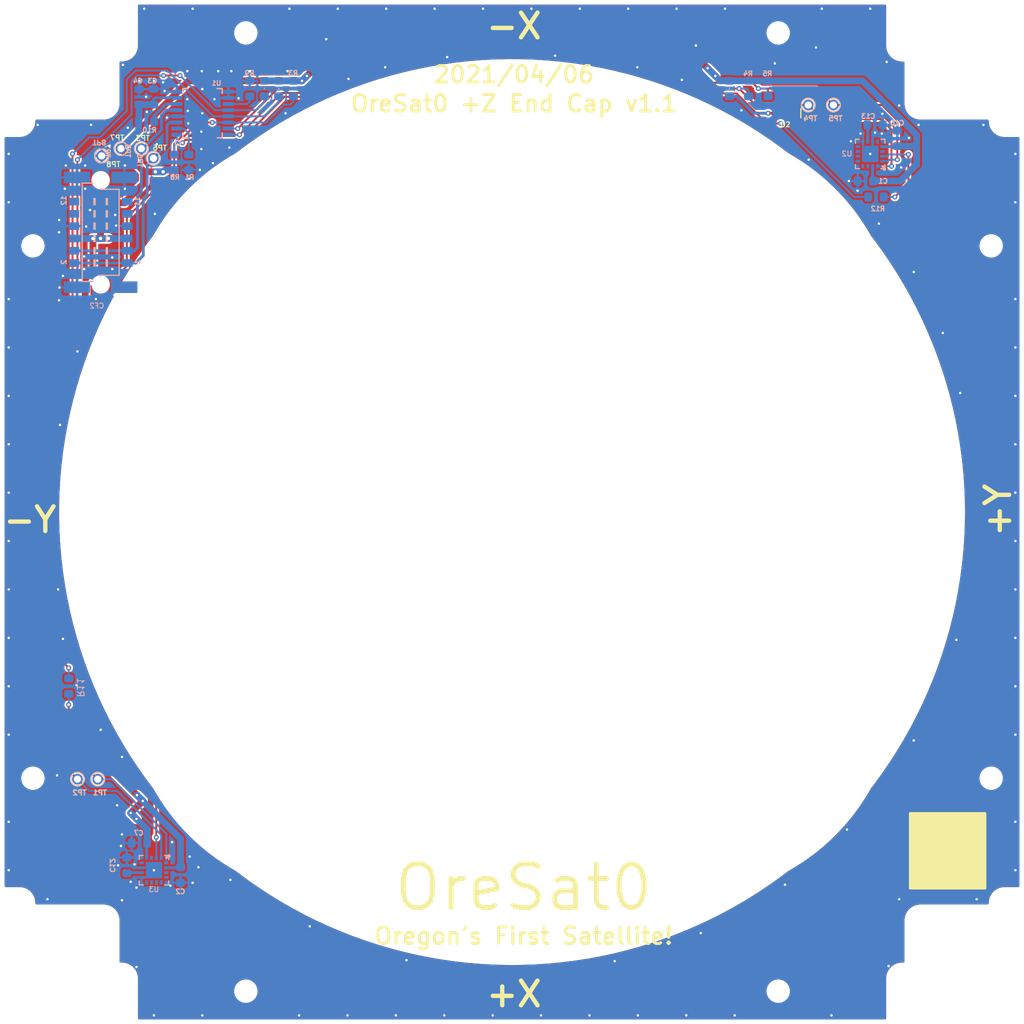
<source format=kicad_pcb>
(kicad_pcb (version 20240108) (generator "pcbnew") (generator_version "8.0")
  (title_block (title "OreSat0 +Z End Cap") (date "2021-04-06") (rev "1.1"))
  (layers (0 "F.Cu" signal) (31 "B.Cu" signal) (34 "B.Paste" user) (35 "F.Paste" user) (36 "B.SilkS" user "B.Silkscreen") (37 "F.SilkS" user "F.Silkscreen") (38 "B.Mask" user) (39 "F.Mask" user) (44 "Edge.Cuts" user))
  (net 0 "")
  (net 1 "3.3V")
  (net 2 "GND")
  (net 3 "N$271")
  (net 4 "N$10")
  (net 5 "N$7")
  (net 6 "N$8")
  (net 7 "N$6")
  (net 8 "N$4")
  (net 9 "N$3")
  (net 10 "N$1")
  (net 11 "I2C-SDA")
  (net 12 "I2C-SCL")
  (net 13 "SCL1")
  (net 14 "SDA1")
  (net 15 "N$5")
  (net 16 "N$2")
  (net 17 "SCL2")
  (net 18 "SDA2")
  (footprint "" (layer "F.Cu") (at 121.0011 55.5036)
    (property "Reference" "@HOLE7" (hide yes))
    (property "Value" "")
  )
  (footprint "oresat0-plusz-end-cap:1X01" (layer "F.Cu") (at 105.7011 132.6036)
    (property "Reference" "TP1")
    (property "Value" "TEST-POINT-LARGE-SQUARE" (hide yes))
  )
  (footprint "oresat0-plusz-end-cap:1X01" (layer "F.Cu") (at 179.1011 62.9536)
    (property "Reference" "TP4")
    (property "Value" "TEST-POINT-LARGE-SQUARE" (hide yes))
  )
  (footprint "oresat0-plusz-end-cap:1X01" (layer "F.Cu") (at 110.2011 67.4536 -90)
    (property "Reference" "TP3")
    (property "Value" "TEST-POINT-LARGE-SQUARE" (hide yes))
  )
  (footprint "" (layer "F.Cu") (at 99.0011 132.5036)
    (property "Reference" "@HOLE4" (hide yes))
    (property "Value" "")
  )
  (footprint "oresat0-plusz-end-cap:1X01" (layer "F.Cu") (at 181.7011 62.9536)
    (property "Reference" "TP5")
    (property "Value" "TEST-POINT-LARGE-SQUARE" (hide yes))
  )
  (footprint "" (layer "F.Cu") (at 198.0011 132.5036)
    (property "Reference" "@HOLE0" (hide yes))
    (property "Value" "")
  )
  (footprint "oresat0-plusz-end-cap:LED-0603_529" (layer "F.Cu") (at 176.7511 63.8036)
    (property "Reference" "D2")
    (property "Value" "GREEN")
  )
  (footprint "" (layer "F.Cu") (at 121.0011 154.5036)
    (property "Reference" "@HOLE3" (hide yes))
    (property "Value" "")
  )
  (footprint "oresat0-plusz-end-cap:1X01" (layer "F.Cu") (at 108.1011 67.4536 -90)
    (property "Reference" "TP7")
    (property "Value" "TEST-POINT-LARGE-SQUARE" (hide yes))
  )
  (footprint "" (layer "F.Cu") (at 99.0011 77.5036)
    (property "Reference" "@HOLE5" (hide yes))
    (property "Value" "")
  )
  (footprint "" (layer "F.Cu") (at 176.0011 55.5036)
    (property "Reference" "@HOLE6" (hide yes))
    (property "Value" "")
  )
  (footprint "" (layer "F.Cu") (at 198.0011 77.5036)
    (property "Reference" "@HOLE2" (hide yes))
    (property "Value" "")
  )
  (footprint "oresat0-plusz-end-cap:1X01" (layer "F.Cu") (at 103.6011 132.6036)
    (property "Reference" "TP2")
    (property "Value" "TEST-POINT-LARGE-SQUARE" (hide yes))
  )
  (footprint "oresat0-plusz-end-cap:1X01" (layer "F.Cu") (at 106.1011 68.2036 180)
    (property "Reference" "TP8")
    (property "Value" "TEST-POINT-LARGE-SQUARE" (hide yes))
  )
  (footprint "" (layer "F.Cu") (at 176.0011 154.5036)
    (property "Reference" "@HOLE1" (hide yes))
    (property "Value" "")
  )
  (footprint "oresat0-plusz-end-cap:1X01" (layer "F.Cu") (at 111.4511 68.4536 -90)
    (property "Reference" "TP6")
    (property "Value" "TEST-POINT-LARGE-SQUARE" (hide yes))
  )
  (footprint "oresat0-plusz-end-cap:.0603-B-NOSILK" (layer "B.Cu") (at 102.7011 123.0036 90)
    (property "Reference" "R11")
    (property "Value" "NP")
  )
  (footprint "oresat0-plusz-end-cap:.0603-B-NOSILK" (layer "B.Cu") (at 111.4711 62.1036 90)
    (property "Reference" "C3")
    (property "Value" "100n")
  )
  (footprint "oresat0-plusz-end-cap:.0603-B-NOSILK" (layer "B.Cu") (at 115.1011 68.8736 90)
    (property "Reference" "R1")
    (property "Value" "4.7k")
  )
  (footprint "oresat0-plusz-end-cap:LGA-16(3X3)" (layer "B.Cu") (at 185.5011 68.0036)
    (property "Reference" "U2")
    (property "Value" "MMC5883MA")
  )
  (footprint "oresat0-plusz-end-cap:.0603-B-NOSILK" (layer "B.Cu") (at 170.9511 61.2536 90)
    (property "Reference" "R2")
    (property "Value" "2.7k")
  )
  (footprint "oresat0-plusz-end-cap:.0603-B-NOSILK" (layer "B.Cu") (at 109.9711 62.1036 90)
    (property "Reference" "C4")
    (property "Value" "10u")
  )
  (footprint "oresat0-plusz-end-cap:.0603-B-NOSILK" (layer "B.Cu") (at 110.0011 139.2036 180)
    (property "Reference" "C7")
    (property "Value" "100n")
  )
  (footprint "oresat0-plusz-end-cap:.0603-B-NOSILK" (layer "B.Cu") (at 172.9511 61.2536 90)
    (property "Reference" "R4")
    (property "Value" "4.7k")
  )
  (footprint "oresat0-plusz-end-cap:16-SSOP" (layer "B.Cu") (at 116.5211 63.8036 90)
    (property "Reference" "U1")
    (property "Value" "LTC4305IGN")
  )
  (footprint "oresat0-plusz-end-cap:.0603-B-NOSILK" (layer "B.Cu") (at 125.9011 61.2536 90)
    (property "Reference" "R3")
    (property "Value" "4.7k")
  )
  (footprint "oresat0-plusz-end-cap:.0603-B-NOSILK" (layer "B.Cu") (at 185.0011 70.8036 180)
    (property "Reference" "C1")
    (property "Value" "100n")
  )
  (footprint "oresat0-plusz-end-cap:.0603-B-NOSILK" (layer "B.Cu") (at 174.9511 61.2536 90)
    (property "Reference" "R5")
    (property "Value" "4.7k")
  )
  (footprint "oresat0-plusz-end-cap:.0603-B-NOSILK" (layer "B.Cu") (at 186.0011 65.0036)
    (property "Reference" "C13")
    (property "Value" "10u")
  )
  (footprint "oresat0-plusz-end-cap:LGA-16(3X3)" (layer "B.Cu") (at 111.5011 142.0036 90)
    (property "Reference" "U3")
    (property "Value" "MMC5883MA")
  )
  (footprint "oresat0-plusz-end-cap:.0603-B-NOSILK" (layer "B.Cu") (at 108.7011 141.5036 90)
    (property "Reference" "C12")
    (property "Value" "10u")
  )
  (footprint "oresat0-plusz-end-cap:.0603-B-NOSILK" (layer "B.Cu") (at 188.3011 66.4036 90)
    (property "Reference" "C10")
    (property "Value" "100n")
  )
  (footprint "oresat0-plusz-end-cap:.0603-B-NOSILK" (layer "B.Cu") (at 124.4011 61.2536 90)
    (property "Reference" "R6")
    (property "Value" "4.7k")
  )
  (footprint "oresat0-plusz-end-cap:HARWIN-M55-70X1242R" (layer "B.Cu") (at 106.0011 76.1036 -90)
    (property "Reference" "CF2")
    (property "Value" "J-HARWIN-M55-70X1242R" (hide yes))
  )
  (footprint "oresat0-plusz-end-cap:.0603-B-NOSILK" (layer "B.Cu") (at 113.6011 68.8736 -90)
    (property "Reference" "R8")
    (property "Value" "4.7k")
  )
  (footprint "oresat0-plusz-end-cap:.0603-B-NOSILK" (layer "B.Cu") (at 122.9011 61.2536 90)
    (property "Reference" "R7")
    (property "Value" "4.7k")
  )
  (footprint "oresat0-plusz-end-cap:.0603-B-NOSILK" (layer "B.Cu") (at 121.4011 61.2536 -90)
    (property "Reference" "R9")
    (property "Value" "4.7k")
  )
  (footprint "oresat0-plusz-end-cap:.0603-B-NOSILK" (layer "B.Cu") (at 114.2511 142.5036 -90)
    (property "Reference" "C2")
    (property "Value" "100n")
  )
  (footprint "oresat0-plusz-end-cap:.0603-B-NOSILK" (layer "B.Cu") (at 186.1011 72.4536 180)
    (property "Reference" "R12")
    (property "Value" "NP")
  )
  (footprint "oresat0-plusz-end-cap:.0603-B-NOSILK" (layer "B.Cu") (at 110.7211 64.6536 180)
    (property "Reference" "R10")
    (property "Value" "4.7k")
  )
  (gr_line (start 187.029131 52.2036) (end 109.973068 52.2036) (stroke (width 0.002)) (layer "Edge.Cuts"))
  (gr_line (start 151.04399 81.853569) (end 145.9511 81.8536) (stroke (width 0.002)) (layer "Edge.Cuts"))
  (gr_line (start 145.60465 81.707119) (end 129.424668 65.527141) (stroke (width 0.002)) (layer "Edge.Cuts"))
  (gr_line (start 106.303068 145.931632) (end 99.373068 145.931632) (stroke (width 0.002)) (layer "Edge.Cuts"))
  (gr_arc (start 171.797581 107.90005) (mid 171.689192 107.737836) (end 171.651131 107.546491) (stroke (width 0.002)) (layer "Edge.Cuts"))
  (gr_line (start 167.5811 65.5336) (end 151.39755 81.707119) (stroke (width 0.002)) (layer "Edge.Cuts"))
  (gr_line (start 188.799131 58.075569) (end 188.929131 58.075569) (stroke (width 0.002)) (layer "Edge.Cuts"))
  (gr_line (start 108.203068 151.931632) (end 108.073068 151.931632) (stroke (width 0.002)) (layer "Edge.Cuts"))
  (gr_arc (start 98.873068 64.605569) (mid 98.501094 65.503595) (end 97.603068 65.875569) (stroke (width 0.002)) (layer "Edge.Cuts"))
  (gr_line (start 106.303068 64.075569) (end 99.373068 64.075569) (stroke (width 0.002)) (layer "Edge.Cuts"))
  (gr_arc (start 187.529131 153.201632) (mid 187.901105 152.303606) (end 188.799131 151.931632) (stroke (width 0.002)) (layer "Edge.Cuts"))
  (gr_line (start 171.651131 107.546491) (end 171.6511 102.4636) (stroke (width 0.002)) (layer "Edge.Cuts"))
  (gr_arc (start 151.04399 128.153632) (mid 151.235336 128.191692) (end 151.39755 128.300082) (stroke (width 0.002)) (layer "Edge.Cuts"))
  (gr_line (start 125.341068 102.39071) (end 125.351068 107.546491) (stroke (width 0.002)) (layer "Edge.Cuts"))
  (gr_arc (start 198.129131 145.401632) (mid 198.501105 144.503606) (end 199.399131 144.131632) (stroke (width 0.002)) (layer "Edge.Cuts"))
  (gr_line (start 108.203068 58.075569) (end 108.073068 58.075569) (stroke (width 0.002)) (layer "Edge.Cuts"))
  (gr_line (start 198.129131 64.575569) (end 198.129131 64.605569) (stroke (width 0.002)) (layer "Edge.Cuts"))
  (gr_line (start 129.424668 144.48006) (end 145.60465 128.300082) (stroke (width 0.002)) (layer "Edge.Cuts"))
  (gr_arc (start 129.424668 144.48006) (mid 115.368956 138.135744) (end 109.02464 124.080032) (stroke (width 0.002)) (layer "Edge.Cuts"))
  (gr_line (start 97.603068 144.131632) (end 96.2011 144.131632) (stroke (width 0.002)) (layer "Edge.Cuts"))
  (gr_arc (start 125.351068 107.54649) (mid 125.313007 107.737836) (end 125.204618 107.90005) (stroke (width 0.002)) (layer "Edge.Cuts"))
  (gr_line (start 95.7011 66.375569) (end 95.7011 143.631632) (stroke (width 0.002)) (layer "Edge.Cuts"))
  (gr_arc (start 106.303068 145.931632) (mid 107.201094 146.303606) (end 107.573068 147.201632) (stroke (width 0.002)) (layer "Edge.Cuts"))
  (gr_arc (start 145.60465 128.300082) (mid 145.766864 128.191693) (end 145.958209 128.153632) (stroke (width 0.002)) (layer "Edge.Cuts"))
  (gr_line (start 98.873068 64.575569) (end 98.873068 64.605569) (stroke (width 0.002)) (layer "Edge.Cuts"))
  (gr_arc (start 199.399131 65.875569) (mid 198.501105 65.503595) (end 198.129131 64.605569) (stroke (width 0.002)) (layer "Edge.Cuts"))
  (gr_line (start 198.129131 145.431632) (end 198.129131 145.401632) (stroke (width 0.002)) (layer "Edge.Cuts"))
  (gr_line (start 199.399131 144.131632) (end 200.8011 144.131632) (stroke (width 0.002)) (layer "Edge.Cuts"))
  (gr_line (start 107.573068 58.575569) (end 107.573068 62.805569) (stroke (width 0.002)) (layer "Edge.Cuts"))
  (gr_line (start 199.399131 65.875569) (end 200.8011 65.875569) (stroke (width 0.002)) (layer "Edge.Cuts"))
  (gr_arc (start 107.573068 62.805569) (mid 107.201094 63.703595) (end 106.303068 64.075569) (stroke (width 0.002)) (layer "Edge.Cuts"))
  (gr_arc (start 197.629131 64.075569) (mid 197.982684 64.222016) (end 198.129131 64.575569) (stroke (width 0.002)) (layer "Edge.Cuts"))
  (gr_line (start 125.204618 107.90005) (end 109.02464 124.080032) (stroke (width 0.002)) (layer "Edge.Cuts"))
  (gr_line (start 187.529131 52.7036) (end 187.529131 56.805569) (stroke (width 0.002)) (layer "Edge.Cuts"))
  (gr_arc (start 108.203068 151.931632) (mid 109.101094 152.303606) (end 109.473068 153.201632) (stroke (width 0.002)) (layer "Edge.Cuts"))
  (gr_arc (start 188.799131 58.075569) (mid 187.901105 57.703595) (end 187.529131 56.805569) (stroke (width 0.002)) (layer "Edge.Cuts"))
  (gr_arc (start 95.7011 66.375569) (mid 95.847547 66.022016) (end 96.2011 65.875569) (stroke (width 0.002)) (layer "Edge.Cuts"))
  (gr_arc (start 109.473068 56.805569) (mid 109.101094 57.703595) (end 108.203068 58.075569) (stroke (width 0.002)) (layer "Edge.Cuts"))
  (gr_line (start 109.473068 157.3036) (end 109.473068 153.201632) (stroke (width 0.002)) (layer "Edge.Cuts"))
  (gr_line (start 109.0211 85.9336) (end 125.194618 102.03715) (stroke (width 0.002)) (layer "Edge.Cuts"))
  (gr_arc (start 109.973068 157.8036) (mid 109.619515 157.657153) (end 109.473068 157.3036) (stroke (width 0.002)) (layer "Edge.Cuts"))
  (gr_line (start 189.429131 151.431632) (end 189.429131 147.201632) (stroke (width 0.002)) (layer "Edge.Cuts"))
  (gr_line (start 107.573068 151.431632) (end 107.573068 147.201632) (stroke (width 0.002)) (layer "Edge.Cuts"))
  (gr_arc (start 167.5811 65.5336) (mid 181.633806 71.875362) (end 187.977559 85.927169) (stroke (width 0.002)) (layer "Edge.Cuts"))
  (gr_arc (start 96.2011 144.131632) (mid 95.847547 143.985185) (end 95.7011 143.631632) (stroke (width 0.002)) (layer "Edge.Cuts"))
  (gr_line (start 187.977559 124.080032) (end 171.797581 107.90005) (stroke (width 0.002)) (layer "Edge.Cuts"))
  (gr_line (start 188.799131 151.931632) (end 188.929131 151.931632) (stroke (width 0.002)) (layer "Edge.Cuts"))
  (gr_arc (start 188.929131 58.075569) (mid 189.282684 58.222016) (end 189.429131 58.575569) (stroke (width 0.002)) (layer "Edge.Cuts"))
  (gr_line (start 97.603068 65.875569) (end 96.2011 65.875569) (stroke (width 0.002)) (layer "Edge.Cuts"))
  (gr_arc (start 187.529131 157.3036) (mid 187.382684 157.657153) (end 187.029131 157.8036) (stroke (width 0.002)) (layer "Edge.Cuts"))
  (gr_arc (start 171.6511 102.4636) (mid 171.688889 102.270806) (end 171.797581 102.10715) (stroke (width 0.002)) (layer "Edge.Cuts"))
  (gr_arc (start 151.397549 81.707119) (mid 151.235335 81.815508) (end 151.04399 81.853569) (stroke (width 0.002)) (layer "Edge.Cuts"))
  (gr_line (start 109.973068 157.8036) (end 187.029131 157.8036) (stroke (width 0.002)) (layer "Edge.Cuts"))
  (gr_line (start 145.958209 128.153632) (end 151.04399 128.153632) (stroke (width 0.002)) (layer "Edge.Cuts"))
  (gr_line (start 151.39755 128.300082) (end 167.577531 144.48006) (stroke (width 0.002)) (layer "Edge.Cuts"))
  (gr_line (start 189.429131 58.575569) (end 189.429131 62.805569) (stroke (width 0.002)) (layer "Edge.Cuts"))
  (gr_arc (start 98.873068 64.575569) (mid 99.019515 64.222016) (end 99.373068 64.075569) (stroke (width 0.002)) (layer "Edge.Cuts"))
  (gr_arc (start 187.029131 52.2036) (mid 187.382684 52.350047) (end 187.529131 52.7036) (stroke (width 0.002)) (layer "Edge.Cuts"))
  (gr_arc (start 109.473068 52.7036) (mid 109.619515 52.350047) (end 109.973068 52.2036) (stroke (width 0.002)) (layer "Edge.Cuts"))
  (gr_arc (start 107.573068 58.575569) (mid 107.719515 58.222016) (end 108.073068 58.075569) (stroke (width 0.002)) (layer "Edge.Cuts"))
  (gr_arc (start 198.129131 145.431632) (mid 197.982684 145.785185) (end 197.629131 145.931632) (stroke (width 0.002)) (layer "Edge.Cuts"))
  (gr_line (start 190.699131 64.075569) (end 197.629131 64.075569) (stroke (width 0.002)) (layer "Edge.Cuts"))
  (gr_line (start 190.699131 145.931632) (end 197.629131 145.931632) (stroke (width 0.002)) (layer "Edge.Cuts"))
  (gr_arc (start 108.073068 151.931632) (mid 107.719515 151.785185) (end 107.573068 151.431632) (stroke (width 0.002)) (layer "Edge.Cuts"))
  (gr_arc (start 189.429131 151.431632) (mid 189.282684 151.785185) (end 188.929131 151.931632) (stroke (width 0.002)) (layer "Edge.Cuts"))
  (gr_line (start 201.3011 143.631632) (end 201.3011 66.375569) (stroke (width 0.002)) (layer "Edge.Cuts"))
  (gr_arc (start 189.429131 147.201632) (mid 189.801105 146.303606) (end 190.699131 145.931632) (stroke (width 0.002)) (layer "Edge.Cuts"))
  (gr_line (start 187.529131 157.3036) (end 187.529131 153.201632) (stroke (width 0.002)) (layer "Edge.Cuts"))
  (gr_line (start 171.797581 102.10715) (end 187.977559 85.927169) (stroke (width 0.002)) (layer "Edge.Cuts"))
  (gr_arc (start 99.373068 145.931632) (mid 99.019515 145.785185) (end 98.873068 145.431632) (stroke (width 0.002)) (layer "Edge.Cuts"))
  (gr_arc (start 109.0211 85.933599) (mid 115.365971 71.874003) (end 129.424668 65.527141) (stroke (width 0.002)) (layer "Edge.Cuts"))
  (gr_arc (start 145.9511 81.8536) (mid 145.763306 81.814817) (end 145.60465 81.707119) (stroke (width 0.002)) (layer "Edge.Cuts"))
  (gr_line (start 109.473068 52.7036) (end 109.473068 56.805569) (stroke (width 0.002)) (layer "Edge.Cuts"))
  (gr_line (start 98.873068 145.431632) (end 98.873068 145.401632) (stroke (width 0.002)) (layer "Edge.Cuts"))
  (gr_arc (start 200.8011 65.875569) (mid 201.154653 66.022016) (end 201.3011 66.375569) (stroke (width 0.002)) (layer "Edge.Cuts"))
  (gr_arc (start 201.3011 143.631632) (mid 201.154653 143.985185) (end 200.8011 144.131632) (stroke (width 0.002)) (layer "Edge.Cuts"))
  (gr_arc (start 190.699131 64.075569) (mid 189.801105 63.703595) (end 189.429131 62.805569) (stroke (width 0.002)) (layer "Edge.Cuts"))
  (gr_arc (start 187.977558 124.080033) (mid 181.633242 138.135744) (end 167.577531 144.48006) (stroke (width 0.002)) (layer "Edge.Cuts"))
  (gr_arc (start 125.194618 102.03715) (mid 125.303007 102.199364) (end 125.341068 102.39071) (stroke (width 0.002)) (layer "Edge.Cuts"))
  (gr_arc (start 97.603068 144.131632) (mid 98.501094 144.503606) (end 98.873068 145.401632) (stroke (width 0.002)) (layer "Edge.Cuts"))
  (gr_text "Oregon's First Satellite!" (at 149.7011 148.8036 0) (layer "F.SilkS") (effects (font (size 1.7 1.7) (thickness 0.3))))
  (gr_text "-X" (at 148.7011 54.8036 0) (layer "F.SilkS") (effects (font (size 2.55 2.55) (thickness 0.45))))
  (gr_text "+Y" (at 198.7011 104.8036 90) (layer "F.SilkS") (effects (font (size 2.55 2.55) (thickness 0.45))))
  (gr_text "+X" (at 148.7011 154.8036 0) (layer "F.SilkS") (effects (font (size 2.55 2.55) (thickness 0.45))))
  (gr_text "OreSat0" (at 149.7011 143.8036 0) (layer "F.SilkS") (effects (font (size 4.5 4.5) (thickness 0.5))))
  (gr_text "2021/04/06" (at 148.7011 59.8036 0) (layer "F.SilkS") (effects (font (size 1.7 1.7) (thickness 0.3))))
  (gr_text "OreSat0 +Z End Cap v1.1" (at 148.7011 62.8036 0) (layer "F.SilkS") (effects (font (size 1.7 1.7) (thickness 0.3))))
  (gr_text "-Y" (at 98.7011 105.8036 0) (layer "F.SilkS") (effects (font (size 2.55 2.55) (thickness 0.45))))
  (segment (start 104.4011 80.9036) (end 104.4011 84.223425) (width 0.7) (layer "F.Cu") (net 1))
  (segment (start 105.2011 76.7436) (end 105.2111 76.7336) (width 0.7) (layer "F.Cu") (net 1))
  (segment (start 105.2111 76.7336) (end 106.8011 76.7336) (width 0.7) (layer "F.Cu") (net 1))
  (segment (start 104.4011 80.9036) (end 105.2011 80.1036) (width 0.7) (layer "F.Cu") (net 1))
  (segment (start 109.7511 134.2536) (end 99.9011 124.4036) (width 0.7) (layer "F.Cu") (net 1))
  (segment (start 109.7011 136.7036) (end 109.1011 136.1036) (width 0.7) (layer "F.Cu") (net 1))
  (segment (start 169.5011 59.9536) (end 164.8511 55.3036) (width 0.7) (layer "F.Cu") (net 1))
  (segment (start 111.6511 69.8536) (end 112.4511 69.8536) (width 0.7) (layer "F.Cu") (net 1))
  (segment (start 164.8511 55.3036) (end 131.9511 55.3036) (width 0.7) (layer "F.Cu") (net 1))
  (segment (start 106.9511 73.0536) (end 108.4511 73.0536) (width 0.7) (layer "F.Cu") (net 1))
  (segment (start 110.5011 71.0036) (end 110.5011 69.8536) (width 0.7) (layer "F.Cu") (net 1))
  (segment (start 111.6511 69.8536) (end 110.5011 69.8536) (width 0.7) (layer "F.Cu") (net 1))
  (segment (start 105.9911 74.0136) (end 106.9511 73.0536) (width 0.7) (layer "F.Cu") (net 1))
  (segment (start 126.8011 60.4536) (end 115.1011 60.4536) (width 0.7) (layer "F.Cu") (net 1))
  (segment (start 109.1011 136.1036) (end 110.3511 134.8536) (width 0.7) (layer "F.Cu") (net 1))
  (segment (start 110.5011 69.8536) (end 108.1011 67.4536) (width 0.7) (layer "F.Cu") (net 1))
  (segment (start 99.9011 124.4036) (end 99.9011 88.723425) (width 0.7) (layer "F.Cu") (net 1))
  (segment (start 131.9511 55.3036) (end 127.3011 59.9536) (width 0.7) (layer "F.Cu") (net 1))
  (segment (start 108.4511 73.0536) (end 110.5011 71.0036) (width 0.7) (layer "F.Cu") (net 1))
  (segment (start 115.1011 60.4536) (end 108.1011 67.4536) (width 0.7) (layer "F.Cu") (net 1))
  (segment (start 105.9911 76.7336) (end 105.9911 74.0136) (width 0.7) (layer "F.Cu") (net 1))
  (segment (start 99.9011 88.723425) (end 104.4011 84.223425) (width 0.7) (layer "F.Cu") (net 1))
  (segment (start 105.2011 80.1036) (end 105.2011 76.7436) (width 0.7) (layer "F.Cu") (net 1))
  (segment (start 127.3011 59.9536) (end 126.8011 60.4536) (width 0.7) (layer "F.Cu") (net 1))
  (segment (start 110.3511 134.8536) (end 109.7511 134.2536) (width 0.7) (layer "F.Cu") (net 1))
  (via (at 126.8011 60.4536) (size 0.508) (drill 0.254) (layers "F.Cu" "B.Cu") (net 1))
  (via (at 105.9911 76.7336) (size 0.604) (drill 0.35) (layers "F.Cu" "B.Cu") (net 1))
  (via (at 168.7011 59.1536) (size 0.508) (drill 0.254) (layers "F.Cu" "B.Cu") (net 1))
  (via (at 109.7511 134.2536) (size 0.508) (drill 0.254) (layers "F.Cu" "B.Cu") (net 1))
  (via (at 112.4511 69.8536) (size 0.604) (drill 0.35) (layers "F.Cu" "B.Cu") (net 1))
  (via (at 109.1011 136.1036) (size 0.508) (drill 0.254) (layers "F.Cu" "B.Cu") (net 1))
  (via (at 105.2011 76.7436) (size 0.604) (drill 0.35) (layers "F.Cu" "B.Cu") (net 1))
  (via (at 110.3511 134.8536) (size 0.508) (drill 0.254) (layers "F.Cu" "B.Cu") (net 1))
  (via (at 106.8011 76.7336) (size 0.604) (drill 0.35) (layers "F.Cu" "B.Cu") (net 1))
  (via (at 109.7011 136.7036) (size 0.508) (drill 0.254) (layers "F.Cu" "B.Cu") (net 1))
  (via (at 111.6511 69.8536) (size 0.604) (drill 0.35) (layers "F.Cu" "B.Cu") (net 1))
  (via (at 127.3011 59.9536) (size 0.508) (drill 0.254) (layers "F.Cu" "B.Cu") (net 1))
  (via (at 169.5011 59.9536) (size 0.508) (drill 0.254) (layers "F.Cu" "B.Cu") (net 1))
  (segment (start 111.6511 62.2036) (end 113.8543 62.2036) (width 0.3) (layer "B.Cu") (net 1))
  (segment (start 126.8011 60.4536) (end 125.9011 60.4536) (width 0.7) (layer "B.Cu") (net 1))
  (segment (start 170.9511 60.4536) (end 172.9511 60.4536) (width 0.7) (layer "B.Cu") (net 1))
  (segment (start 111.6511 69.8536) (end 112.4511 69.8536) (width 0.7) (layer "B.Cu") (net 1))
  (segment (start 103.2561 76.7436) (end 103.2511 76.7386) (width 0.7) (layer "B.Cu") (net 1))
  (segment (start 190.3011 67.4036) (end 190.3011 69.1036) (width 0.7) (layer "B.Cu") (net 1))
  (segment (start 108.1011 67.4536) (end 109.9211 65.6336) (width 0.7) (layer "B.Cu") (net 1))
  (segment (start 109.9711 64.6036) (end 109.9711 62.9036) (width 0.7) (layer "B.Cu") (net 1))
  (segment (start 114.2511 141.7036) (end 114.2011 141.7536) (width 0.3) (layer "B.Cu") (net 1))
  (segment (start 174.9511 60.4536) (end 184.704478 60.4536) (width 0.7) (layer "B.Cu") (net 1))
  (segment (start 114.2511 141.7036) (end 114.2511 138.7536) (width 0.7) (layer "B.Cu") (net 1))
  (segment (start 169.5011 59.9536) (end 170.0011 60.4536) (width 0.7) (layer "B.Cu") (net 1))
  (segment (start 169.5011 59.9536) (end 168.7011 59.1536) (width 0.7) (layer "B.Cu") (net 1))
  (segment (start 111.4711 62.3836) (end 111.6511 62.2036) (width 0.3) (layer "B.Cu") (net 1))
  (segment (start 109.9211 64.6536) (end 109.9711 64.6036) (width 0.7) (layer "B.Cu") (net 1))
  (segment (start 125.9011 60.4536) (end 124.4011 60.4536) (width 0.7) (layer "B.Cu") (net 1))
  (segment (start 186.7761 67.2536) (end 188.2911 67.2536) (width 0.3) (layer "B.Cu") (net 1))
  (segment (start 185.7511 70.7536) (end 185.7511 69.2786) (width 0.3) (layer "B.Cu") (net 1))
  (segment (start 110.8011 139.2036) (end 110.8011 137.8036) (width 0.7) (layer "B.Cu") (net 1))
  (segment (start 190.3011 67.4036) (end 190.1011 67.2036) (width 0.7) (layer "B.Cu") (net 1))
  (segment (start 112.6311 69.6736) (end 113.6011 69.6736) (width 0.7) (layer "B.Cu") (net 1))
  (segment (start 111.4711 62.9036) (end 109.9711 62.9036) (width 0.7) (layer "B.Cu") (net 1))
  (segment (start 124.4011 60.4536) (end 122.9011 60.4536) (width 0.7) (layer "B.Cu") (net 1))
  (segment (start 113.8543 62.2036) (end 113.8668 62.2161) (width 0.3) (layer "B.Cu") (net 1))
  (segment (start 108.7511 76.7386) (end 106.8061 76.7386) (width 0.7) (layer "B.Cu") (net 1))
  (segment (start 110.8011 137.8036) (end 109.1011 136.1036) (width 0.7) (layer "B.Cu") (net 1))
  (segment (start 110.7511 140.7286) (end 110.7511 139.2536) (width 0.3) (layer "B.Cu") (net 1))
  (segment (start 190.3011 66.050222) (end 190.3011 67.4036) (width 0.7) (layer "B.Cu") (net 1))
  (segment (start 190.3011 69.1036) (end 188.6011 70.8036) (width 0.7) (layer "B.Cu") (net 1))
  (segment (start 106.8011 76.7336) (end 105.9911 76.7336) (width 0.7) (layer "B.Cu") (net 1))
  (segment (start 170.0011 60.4536) (end 170.9511 60.4536) (width 0.7) (layer "B.Cu") (net 1))
  (segment (start 114.2511 138.7536) (end 109.7511 134.2536) (width 0.7) (layer "B.Cu") (net 1))
  (segment (start 106.8061 76.7386) (end 106.8011 76.7336) (width 0.7) (layer "B.Cu") (net 1))
  (segment (start 185.8011 70.8036) (end 185.7511 70.7536) (width 0.3) (layer "B.Cu") (net 1))
  (segment (start 112.4511 69.8536) (end 112.6311 69.6736) (width 0.7) (layer "B.Cu") (net 1))
  (segment (start 111.4711 62.9036) (end 111.4711 62.3836) (width 0.3) (layer "B.Cu") (net 1))
  (segment (start 188.2911 67.2536) (end 188.3011 67.2036) (width 0.3) (layer "B.Cu") (net 1))
  (segment (start 172.9511 60.4536) (end 174.9511 60.4536) (width 0.7) (layer "B.Cu") (net 1))
  (segment (start 109.9211 65.6336) (end 109.9211 64.6536) (width 0.7) (layer "B.Cu") (net 1))
  (segment (start 190.1011 67.2036) (end 188.3011 67.2036) (width 0.7) (layer "B.Cu") (net 1))
  (segment (start 105.9911 76.7336) (end 105.9811 76.7436) (width 0.7) (layer "B.Cu") (net 1))
  (segment (start 114.2011 141.7536) (end 112.7761 141.7536) (width 0.3) (layer "B.Cu") (net 1))
  (segment (start 188.6011 70.8036) (end 185.8011 70.8036) (width 0.7) (layer "B.Cu") (net 1))
  (segment (start 105.9811 76.7436) (end 103.2561 76.7436) (width 0.7) (layer "B.Cu") (net 1))
  (segment (start 110.7511 139.2536) (end 110.8011 139.2036) (width 0.3) (layer "B.Cu") (net 1))
  (segment (start 184.704478 60.4536) (end 190.3011 66.050222) (width 0.7) (layer "B.Cu") (net 1))
  (segment (start 127.3011 59.9536) (end 126.8011 60.4536) (width 0.7) (layer "B.Cu") (net 1))
  (via (at 96.5011 118.0036) (size 0.508) (drill 0.254) (layers "F.Cu" "B.Cu") (net 2))
  (via (at 116.5011 61.3036) (size 0.508) (drill 0.254) (layers "F.Cu" "B.Cu") (net 2))
  (via (at 107.6011 75.4036) (size 0.508) (drill 0.254) (layers "F.Cu" "B.Cu") (net 2))
  (via (at 187.4011 151.9036) (size 0.508) (drill 0.254) (layers "F.Cu" "B.Cu") (net 2))
  (via (at 109.1011 143.2036) (size 0.508) (drill 0.254) (layers "F.Cu" "B.Cu") (net 2))
  (via (at 111.8011 67.0036) (size 0.508) (drill 0.254) (layers "F.Cu" "B.Cu") (net 2))
  (via (at 96.5011 128.0036) (size 0.508) (drill 0.254) (layers "F.Cu" "B.Cu") (net 2))
  (via (at 187.2011 58.5036) (size 0.508) (drill 0.254) (layers "F.Cu" "B.Cu") (net 2))
  (via (at 145.5011 53.0036) (size 0.508) (drill 0.254) (layers "F.Cu" "B.Cu") (net 2))
  (via (at 108.5011 69.2036) (size 0.508) (drill 0.254) (layers "F.Cu" "B.Cu") (net 2))
  (via (at 120.2511 62.2536) (size 0.508) (drill 0.254) (layers "F.Cu" "B.Cu") (net 2))
  (via (at 200.5011 98.0036) (size 0.508) (drill 0.254) (layers "F.Cu" "B.Cu") (net 2))
  (via (at 186.0011 65.8036) (size 0.508) (drill 0.254) (layers "F.Cu" "B.Cu") (net 2))
  (via (at 102.3011 71.6036) (size 0.508) (drill 0.254) (layers "F.Cu" "B.Cu") (net 2))
  (via (at 108.3011 58.8036) (size 0.508) (drill 0.254) (layers "F.Cu" "B.Cu") (net 2))
  (via (at 107.7011 135.3036) (size 0.508) (drill 0.254) (layers "F.Cu" "B.Cu") (net 2))
  (via (at 110.7011 62.1036) (size 0.508) (drill 0.254) (layers "F.Cu" "B.Cu") (net 2))
  (via (at 100.5011 145.0036) (size 0.508) (drill 0.254) (layers "F.Cu" "B.Cu") (net 2))
  (via (at 104.3011 78.6036) (size 0.508) (drill 0.254) (layers "F.Cu" "B.Cu") (net 2))
  (via (at 115.2011 140.6036) (size 0.508) (drill 0.254) (layers "F.Cu" "B.Cu") (net 2))
  (via (at 115.0011 63.5536) (size 0.508) (drill 0.254) (layers "F.Cu" "B.Cu") (net 2))
  (via (at 161.4511 59.0536) (size 0.508) (drill 0.254) (layers "F.Cu" "B.Cu") (net 2))
  (via (at 181.5011 157.0036) (size 0.508) (drill 0.254) (layers "F.Cu" "B.Cu") (net 2))
  (via (at 101.7011 76.1036) (size 0.508) (drill 0.254) (layers "F.Cu" "B.Cu") (net 2))
  (via (at 105.0011 65.0036) (size 0.508) (drill 0.254) (layers "F.Cu" "B.Cu") (net 2))
  (via (at 116.4511 59.4536) (size 0.508) (drill 0.254) (layers "F.Cu" "B.Cu") (net 2))
  (via (at 184.5011 65.9036) (size 0.508) (drill 0.254) (layers "F.Cu" "B.Cu") (net 2))
  (via (at 110.5011 53.0036) (size 0.508) (drill 0.254) (layers "F.Cu" "B.Cu") (net 2))
  (via (at 114.9511 62.3536) (size 0.508) (drill 0.254) (layers "F.Cu" "B.Cu") (net 2))
  (via (at 200.5011 128.0036) (size 0.508) (drill 0.254) (layers "F.Cu" "B.Cu") (net 2))
  (via (at 135.4011 59.0536) (size 0.508) (drill 0.254) (layers "F.Cu" "B.Cu") (net 2))
  (via (at 104.4011 69.2036) (size 0.508) (drill 0.254) (layers "F.Cu" "B.Cu") (net 2))
  (via (at 170.5011 53.0036) (size 0.508) (drill 0.254) (layers "F.Cu" "B.Cu") (net 2))
  (via (at 185.5011 68.0036) (size 0.508) (drill 0.254) (layers "F.Cu" "B.Cu") (net 2))
  (via (at 108.2011 145.1036) (size 0.508) (drill 0.254) (layers "F.Cu" "B.Cu") (net 2))
  (via (at 118.1511 59.4536) (size 0.508) (drill 0.254) (layers "F.Cu" "B.Cu") (net 2))
  (via (at 101.7011 83.1236) (size 0.508) (drill 0.254) (layers "F.Cu" "B.Cu") (net 2))
  (via (at 107.8011 141.5036) (size 0.508) (drill 0.254) (layers "F.Cu" "B.Cu") (net 2))
  (via (at 183.3011 70.8036) (size 0.508) (drill 0.254) (layers "F.Cu" "B.Cu") (net 2))
  (via (at 152.9511 57.8536) (size 0.508) (drill 0.254) (layers "F.Cu" "B.Cu") (net 2))
  (via (at 111.5011 157.0036) (size 0.508) (drill 0.254) (layers "F.Cu" "B.Cu") (net 2))
  (via (at 119.5011 59.4536) (size 0.508) (drill 0.254) (layers "F.Cu" "B.Cu") (net 2))
  (via (at 194.4011 118.2036) (size 0.508) (drill 0.254) (layers "F.Cu" "B.Cu") (net 2))
  (via (at 183.5011 66.7036) (size 0.508) (drill 0.254) (layers "F.Cu" "B.Cu") (net 2))
  (via (at 141.5011 157.0036) (size 0.508) (drill 0.254) (layers "F.Cu" "B.Cu") (net 2))
  (via (at 110.9011 65.8036) (size 0.508) (drill 0.254) (layers "F.Cu" "B.Cu") (net 2))
  (via (at 161.5011 157.0036) (size 0.508) (drill 0.254) (layers "F.Cu" "B.Cu") (net 2))
  (via (at 96.5011 98.0036) (size 0.508) (drill 0.254) (layers "F.Cu" "B.Cu") (net 2))
  (via (at 166.5011 157.0036) (size 0.508) (drill 0.254) (layers "F.Cu" "B.Cu") (net 2))
  (via (at 111.6011 74.2036) (size 0.508) (drill 0.254) (layers "F.Cu" "B.Cu") (net 2))
  (via (at 183.1011 137.8036) (size 0.508) (drill 0.254) (layers "F.Cu" "B.Cu") (net 2))
  (via (at 108.1011 139.5036) (size 0.508) (drill 0.254) (layers "F.Cu" "B.Cu") (net 2))
  (via (at 159.1011 151.4036) (size 0.508) (drill 0.254) (layers "F.Cu" "B.Cu") (net 2))
  (via (at 115.5011 53.0036) (size 0.508) (drill 0.254) (layers "F.Cu" "B.Cu") (net 2))
  (via (at 131.5011 157.0036) (size 0.508) (drill 0.254) (layers "F.Cu" "B.Cu") (net 2))
  (via (at 171.5011 157.0036) (size 0.508) (drill 0.254) (layers "F.Cu" "B.Cu") (net 2))
  (via (at 96.5011 73.0036) (size 0.508) (drill 0.254) (layers "F.Cu" "B.Cu") (net 2))
  (via (at 127.6011 147.8036) (size 0.508) (drill 0.254) (layers "F.Cu" "B.Cu") (net 2))
  (via (at 109.5011 141.4036) (size 0.508) (drill 0.254) (layers "F.Cu" "B.Cu") (net 2))
  (via (at 107.2011 78.7036) (size 0.508) (drill 0.254) (layers "F.Cu" "B.Cu") (net 2))
  (via (at 112.8511 64.2536) (size 0.508) (drill 0.254) (layers "F.Cu" "B.Cu") (net 2))
  (via (at 96.5011 108.0036) (size 0.508) (drill 0.254) (layers "F.Cu" "B.Cu") (net 2))
  (via (at 101.5011 132.2036) (size 0.508) (drill 0.254) (layers "F.Cu" "B.Cu") (net 2))
  (via (at 151.5011 157.0036) (size 0.508) (drill 0.254) (layers "F.Cu" "B.Cu") (net 2))
  (via (at 101.6011 113.0036) (size 0.508) (drill 0.254) (layers "F.Cu" "B.Cu") (net 2))
  (via (at 200.5011 83.0036) (size 0.508) (drill 0.254) (layers "F.Cu" "B.Cu") (net 2))
  (via (at 200.5011 93.0036) (size 0.508) (drill 0.254) (layers "F.Cu" "B.Cu") (net 2))
  (via (at 193.0011 86.5036) (size 0.508) (drill 0.254) (layers "F.Cu" "B.Cu") (net 2))
  (via (at 113.3811 139.1036) (size 0.508) (drill 0.254) (layers "F.Cu" "B.Cu") (net 2))
  (via (at 116.5011 63.8036) (size 0.508) (drill 0.254) (layers "F.Cu" "B.Cu") (net 2))
  (via (at 165.5011 53.0036) (size 0.508) (drill 0.254) (layers "F.Cu" "B.Cu") (net 2))
  (via (at 114.9511 59.4536) (size 0.508) (drill 0.254) (layers "F.Cu" "B.Cu") (net 2))
  (via (at 103.5011 122.9036) (size 0.508) (drill 0.254) (layers "F.Cu" "B.Cu") (net 2))
  (via (at 146.5011 157.0036) (size 0.508) (drill 0.254) (layers "F.Cu" "B.Cu") (net 2))
  (via (at 200.5011 118.0036) (size 0.508) (drill 0.254) (layers "F.Cu" "B.Cu") (net 2))
  (via (at 197.2011 65.0036) (size 0.508) (drill 0.254) (layers "F.Cu" "B.Cu") (net 2))
  (via (at 96.5011 83.0036) (size 0.508) (drill 0.254) (layers "F.Cu" "B.Cu") (net 2))
  (via (at 125.1011 63.8036) (size 0.508) (drill 0.254) (layers "F.Cu" "B.Cu") (net 2))
  (via (at 104.3011 79.9036) (size 0.508) (drill 0.254) (layers "F.Cu" "B.Cu") (net 2))
  (via (at 160.5011 53.0036) (size 0.508) (drill 0.254) (layers "F.Cu" "B.Cu") (net 2))
  (via (at 167.5011 56.8036) (size 0.508) (drill 0.254) (layers "F.Cu" "B.Cu") (net 2))
  (via (at 96.5011 123.0036) (size 0.508) (drill 0.254) (layers "F.Cu" "B.Cu") (net 2))
  (via (at 105.5011 83.0036) (size 0.508) (drill 0.254) (layers "F.Cu" "B.Cu") (net 2))
  (via (at 109.7011 152.0036) (size 0.508) (drill 0.254) (layers "F.Cu" "B.Cu") (net 2))
  (via (at 194.8011 92.7036) (size 0.508) (drill 0.254) (layers "F.Cu" "B.Cu") (net 2))
  (via (at 115.1511 70.5536) (size 0.508) (drill 0.254) (layers "F.Cu" "B.Cu") (net 2))
  (via (at 175.6511 58.6536) (size 0.508) (drill 0.254) (layers "F.Cu" "B.Cu") (net 2))
  (via (at 96.5011 142.0036) (size 0.508) (drill 0.254) (layers "F.Cu" "B.Cu") (net 2))
  (via (at 200.5011 113.0036) (size 0.508) (drill 0.254) (layers "F.Cu" "B.Cu") (net 2))
  (via (at 108.2011 130.3036) (size 0.508) (drill 0.254) (layers "F.Cu" "B.Cu") (net 2))
  (via (at 125.3011 59.4536) (size 0.508) (drill 0.254) (layers "F.Cu" "B.Cu") (net 2))
  (via (at 102.4011 69.2036) (size 0.508) (drill 0.254) (layers "F.Cu" "B.Cu") (net 2))
  (via (at 99.5011 65.0036) (size 0.508) (drill 0.254) (layers "F.Cu" "B.Cu") (net 2))
  (via (at 179.1511 68.6036) (size 0.508) (drill 0.254) (layers "F.Cu" "B.Cu") (net 2))
  (via (at 101.7111 74.8336) (size 0.508) (drill 0.254) (layers "F.Cu" "B.Cu") (net 2))
  (via (at 110.7711 63.6636) (size 0.508) (drill 0.254) (layers "F.Cu" "B.Cu") (net 2))
  (via (at 200.5011 137.0036) (size 0.508) (drill 0.254) (layers "F.Cu" "B.Cu") (net 2))
  (via (at 115.5011 143.3036) (size 0.508) (drill 0.254) (layers "F.Cu" "B.Cu") (net 2))
  (via (at 117.6011 68.9536) (size 0.508) (drill 0.254) (layers "F.Cu" "B.Cu") (net 2))
  (via (at 188.7011 69.4036) (size 0.508) (drill 0.254) (layers "F.Cu" "B.Cu") (net 2))
  (via (at 119.3011 67.3536) (size 0.508) (drill 0.254) (layers "F.Cu" "B.Cu") (net 2))
  (via (at 102.1011 118.1036) (size 0.508) (drill 0.254) (layers "F.Cu" "B.Cu") (net 2))
  (via (at 115.0511 64.8536) (size 0.508) (drill 0.254) (layers "F.Cu" "B.Cu") (net 2))
  (via (at 96.5011 68.0036) (size 0.508) (drill 0.254) (layers "F.Cu" "B.Cu") (net 2))
  (via (at 186.4011 75.2036) (size 0.508) (drill 0.254) (layers "F.Cu" "B.Cu") (net 2))
  (via (at 125.5011 53.0036) (size 0.508) (drill 0.254) (layers "F.Cu" "B.Cu") (net 2))
  (via (at 96.5011 93.0036) (size 0.508) (drill 0.254) (layers "F.Cu" "B.Cu") (net 2))
  (via (at 172.2011 63.5036) (size 0.508) (drill 0.254) (layers "F.Cu" "B.Cu") (net 2))
  (via (at 102.1011 80.6036) (size 0.508) (drill 0.254) (layers "F.Cu" "B.Cu") (net 2))
  (via (at 196.5011 145.0036) (size 0.508) (drill 0.254) (layers "F.Cu" "B.Cu") (net 2))
  (via (at 168.0011 148.5036) (size 0.508) (drill 0.254) (layers "F.Cu" "B.Cu") (net 2))
  (via (at 200.5011 142.0036) (size 0.508) (drill 0.254) (layers "F.Cu" "B.Cu") (net 2))
  (via (at 108.8011 65.3036) (size 0.508) (drill 0.254) (layers "F.Cu" "B.Cu") (net 2))
  (via (at 180.5011 53.0036) (size 0.508) (drill 0.254) (layers "F.Cu" "B.Cu") (net 2))
  (via (at 111.5011 60.4536) (size 0.508) (drill 0.254) (layers "F.Cu" "B.Cu") (net 2))
  (via (at 129.3011 56.1536) (size 0.508) (drill 0.254) (layers "F.Cu" "B.Cu") (net 2))
  (via (at 116.4011 65.7036) (size 0.508) (drill 0.254) (layers "F.Cu" "B.Cu") (net 2))
  (via (at 96.5011 113.0036) (size 0.508) (drill 0.254) (layers "F.Cu" "B.Cu") (net 2))
  (via (at 176.7011 143.5036) (size 0.508) (drill 0.254) (layers "F.Cu" "B.Cu") (net 2))
  (via (at 187.7011 64.7036) (size 0.508) (drill 0.254) (layers "F.Cu" "B.Cu") (net 2))
  (via (at 186.7011 65.9036) (size 0.508) (drill 0.254) (layers "F.Cu" "B.Cu") (net 2))
  (via (at 106.9011 67.2036) (size 0.508) (drill 0.254) (layers "F.Cu" "B.Cu") (net 2))
  (via (at 130.5011 53.0036) (size 0.508) (drill 0.254) (layers "F.Cu" "B.Cu") (net 2))
  (via (at 136.5011 157.0036) (size 0.508) (drill 0.254) (layers "F.Cu" "B.Cu") (net 2))
  (via (at 112.6011 61.5036) (size 0.508) (drill 0.254) (layers "F.Cu" "B.Cu") (net 2))
  (via (at 109.7011 143.8036) (size 0.508) (drill 0.254) (layers "F.Cu" "B.Cu") (net 2))
  (via (at 126.5011 157.0036) (size 0.508) (drill 0.254) (layers "F.Cu" "B.Cu") (net 2))
  (via (at 113.2011 143.6036) (size 0.508) (drill 0.254) (layers "F.Cu" "B.Cu") (net 2))
  (via (at 116.5011 157.0036) (size 0.508) (drill 0.254) (layers "F.Cu" "B.Cu") (net 2))
  (via (at 186.7511 63.8536) (size 0.508) (drill 0.254) (layers "F.Cu" "B.Cu") (net 2))
  (via (at 111.5011 142.0036) (size 0.508) (drill 0.254) (layers "F.Cu" "B.Cu") (net 2))
  (via (at 104.4011 71.6036) (size 0.508) (drill 0.254) (layers "F.Cu" "B.Cu") (net 2))
  (via (at 185.5011 53.0036) (size 0.508) (drill 0.254) (layers "F.Cu" "B.Cu") (net 2))
  (via (at 108.2011 138.3036) (size 0.508) (drill 0.254) (layers "F.Cu" "B.Cu") (net 2))
  (via (at 104.5011 75.5036) (size 0.508) (drill 0.254) (layers "F.Cu" "B.Cu") (net 2))
  (via (at 104.9011 73.8036) (size 0.508) (drill 0.254) (layers "F.Cu" "B.Cu") (net 2))
  (via (at 140.5011 53.0036) (size 0.508) (drill 0.254) (layers "F.Cu" "B.Cu") (net 2))
  (via (at 188.5011 63.0036) (size 0.508) (drill 0.254) (layers "F.Cu" "B.Cu") (net 2))
  (via (at 131.6011 60.2536) (size 0.508) (drill 0.254) (layers "F.Cu" "B.Cu") (net 2))
  (via (at 135.5011 53.0036) (size 0.508) (drill 0.254) (layers "F.Cu" "B.Cu") (net 2))
  (via (at 116.1011 141.7036) (size 0.508) (drill 0.254) (layers "F.Cu" "B.Cu") (net 2))
  (via (at 101.8011 96.0036) (size 0.508) (drill 0.254) (layers "F.Cu" "B.Cu") (net 2))
  (via (at 166.0511 60.3536) (size 0.508) (drill 0.254) (layers "F.Cu" "B.Cu") (net 2))
  (via (at 101.7411 81.8036) (size 0.508) (drill 0.254) (layers "F.Cu" "B.Cu") (net 2))
  (via (at 179.9011 57.0036) (size 0.508) (drill 0.254) (layers "F.Cu" "B.Cu") (net 2))
  (via (at 96.5011 103.0036) (size 0.508) (drill 0.254) (layers "F.Cu" "B.Cu") (net 2))
  (via (at 96.5011 137.0036) (size 0.508) (drill 0.254) (layers "F.Cu" "B.Cu") (net 2))
  (via (at 116.4011 67.5036) (size 0.508) (drill 0.254) (layers "F.Cu" "B.Cu") (net 2))
  (via (at 200.5011 108.0036) (size 0.508) (drill 0.254) (layers "F.Cu" "B.Cu") (net 2))
  (via (at 141.8011 58.0036) (size 0.508) (drill 0.254) (layers "F.Cu" "B.Cu") (net 2))
  (via (at 190.0011 128.6036) (size 0.508) (drill 0.254) (layers "F.Cu" "B.Cu") (net 2))
  (via (at 200.5011 68.0036) (size 0.508) (drill 0.254) (layers "F.Cu" "B.Cu") (net 2))
  (via (at 108.5011 71.6036) (size 0.508) (drill 0.254) (layers "F.Cu" "B.Cu") (net 2))
  (via (at 200.5011 88.0036) (size 0.508) (drill 0.254) (layers "F.Cu" "B.Cu") (net 2))
  (via (at 137.6011 151.3036) (size 0.508) (drill 0.254) (layers "F.Cu" "B.Cu") (net 2))
  (via (at 119.4011 143.0036) (size 0.508) (drill 0.254) (layers "F.Cu" "B.Cu") (net 2))
  (via (at 112.4511 60.6036) (size 0.508) (drill 0.254) (layers "F.Cu" "B.Cu") (net 2))
  (via (at 107.2011 79.9036) (size 0.508) (drill 0.254) (layers "F.Cu" "B.Cu") (net 2))
  (via (at 190.0011 80.2036) (size 0.508) (drill 0.254) (layers "F.Cu" "B.Cu") (net 2))
  (via (at 184.2011 71.8036) (size 0.508) (drill 0.254) (layers "F.Cu" "B.Cu") (net 2))
  (via (at 156.5011 157.0036) (size 0.508) (drill 0.254) (layers "F.Cu" "B.Cu") (net 2))
  (via (at 107.5011 74.3036) (size 0.508) (drill 0.254) (layers "F.Cu" "B.Cu") (net 2))
  (via (at 200.5011 73.0036) (size 0.508) (drill 0.254) (layers "F.Cu" "B.Cu") (net 2))
  (via (at 200.5011 123.0036) (size 0.508) (drill 0.254) (layers "F.Cu" "B.Cu") (net 2))
  (via (at 117.7511 62.3536) (size 0.508) (drill 0.254) (layers "F.Cu" "B.Cu") (net 2))
  (via (at 103.6011 88.4036) (size 0.508) (drill 0.254) (layers "F.Cu" "B.Cu") (net 2))
  (via (at 110.0011 60.4536) (size 0.508) (drill 0.254) (layers "F.Cu" "B.Cu") (net 2))
  (via (at 189.5011 66.3536) (size 0.508) (drill 0.254) (layers "F.Cu" "B.Cu") (net 2))
  (via (at 155.5011 53.0036) (size 0.508) (drill 0.254) (layers "F.Cu" "B.Cu") (net 2))
  (via (at 106.0011 127.5036) (size 0.508) (drill 0.254) (layers "F.Cu" "B.Cu") (net 2))
  (via (at 121.4011 59.4536) (size 0.508) (drill 0.254) (layers "F.Cu" "B.Cu") (net 2))
  (via (at 96.5011 88.0036) (size 0.508) (drill 0.254) (layers "F.Cu" "B.Cu") (net 2))
  (via (at 200.5011 103.0036) (size 0.508) (drill 0.254) (layers "F.Cu" "B.Cu") (net 2))
  (via (at 150.5011 53.0036) (size 0.508) (drill 0.254) (layers "F.Cu" "B.Cu") (net 2))
  (via (at 188.5011 145.0036) (size 0.508) (drill 0.254) (layers "F.Cu" "B.Cu") (net 2))
  (via (at 190.5011 65.0036) (size 0.508) (drill 0.254) (layers "F.Cu" "B.Cu") (net 2))
  (via (at 116.2511 69.6536) (size 0.508) (drill 0.254) (layers "F.Cu" "B.Cu") (net 2))
  (segment (start 107.2011 79.9036) (end 107.6011 80.3036) (width 0.4) (layer "B.Cu") (net 2))
  (segment (start 107.6011 81.9036) (end 106.5011 83.0036) (width 0.5) (layer "B.Cu") (net 2))
  (segment (start 108.4511 81.7736) (end 107.6011 80.9236) (width 0.2) (layer "B.Cu") (net 2))
  (segment (start 107.6011 81.6036) (end 107.6011 81.9036) (width 0.5) (layer "B.Cu") (net 2))
  (segment (start 107.6011 80.3036) (end 107.6011 81.6036) (width 1) (layer "B.Cu") (net 2))
  (segment (start 107.6011 80.9236) (end 107.6011 80.3036) (width 0.2) (layer "B.Cu") (net 2))
  (segment (start 174.9511 63.8036) (end 175.8741 63.8036) (width 0.3) (layer "F.Cu") (net 3))
  (via (at 174.9511 63.8036) (size 0.508) (drill 0.254) (layers "F.Cu" "B.Cu") (net 3))
  (segment (start 170.9511 62.0536) (end 171.7011 62.0536) (width 0.3) (layer "B.Cu") (net 3))
  (segment (start 171.7011 62.0536) (end 173.4511 63.8036) (width 0.3) (layer "B.Cu") (net 3))
  (segment (start 173.4511 63.8036) (end 174.9511 63.8036) (width 0.3) (layer "B.Cu") (net 3))
  (segment (start 189.4511 68.06) (end 189.4511 71.0536) (width 0.2) (layer "F.Cu") (net 4))
  (segment (start 189.4511 71.0536) (end 188.0511 72.4536) (width 0.2) (layer "F.Cu") (net 4))
  (via (at 188.0511 72.4536) (size 0.508) (drill 0.254) (layers "F.Cu" "B.Cu") (net 4))
  (via (at 189.4511 68.06) (size 0.508) (drill 0.254) (layers "F.Cu" "B.Cu") (net 4))
  (segment (start 187.4447 68.06) (end 189.4511 68.06) (width 0.2) (layer "B.Cu") (net 4))
  (segment (start 188.0511 72.4536) (end 186.9011 72.4536) (width 0.2) (layer "B.Cu") (net 4))
  (segment (start 186.7761 68.2536) (end 187.2511 68.2536) (width 0.2) (layer "B.Cu") (net 4))
  (segment (start 187.2511 68.2536) (end 187.4447 68.06) (width 0.2) (layer "B.Cu") (net 4))
  (segment (start 102.7011 125.9036) (end 102.7011 124.9036) (width 0.2) (layer "F.Cu") (net 5))
  (segment (start 111.7447 134.9472) (end 102.7011 125.9036) (width 0.2) (layer "F.Cu") (net 5))
  (segment (start 111.7447 138.6036) (end 111.7447 134.9472) (width 0.2) (layer "F.Cu") (net 5))
  (via (at 102.7011 124.9036) (size 0.508) (drill 0.254) (layers "F.Cu" "B.Cu") (net 5))
  (via (at 111.7447 138.6036) (size 0.508) (drill 0.254) (layers "F.Cu" "B.Cu") (net 5))
  (segment (start 111.7511 140.7286) (end 111.7511 138.61) (width 0.2) (layer "B.Cu") (net 5))
  (segment (start 102.7011 123.8036) (end 102.7011 124.9036) (width 0.2) (layer "B.Cu") (net 5))
  (segment (start 111.7511 138.61) (end 111.7447 138.6036) (width 0.2) (layer "B.Cu") (net 5))
  (segment (start 111.5211 64.0536) (end 112.7236 62.8511) (width 0.3) (layer "B.Cu") (net 6))
  (segment (start 111.5211 64.6536) (end 111.5211 64.0536) (width 0.3) (layer "B.Cu") (net 6))
  (segment (start 112.7236 62.8511) (end 113.8668 62.8511) (width 0.3) (layer "B.Cu") (net 6))
  (segment (start 132.6011 57.2036) (end 127.7011 62.1036) (width 0.2) (layer "F.Cu") (net 7))
  (segment (start 125.0011 62.1036) (end 120.5511 66.5536) (width 0.2) (layer "F.Cu") (net 7))
  (segment (start 114.7511 66.5536) (end 120.5511 66.5536) (width 0.2) (layer "F.Cu") (net 7))
  (segment (start 168.7011 61.7536) (end 164.1511 57.2036) (width 0.2) (layer "F.Cu") (net 7))
  (segment (start 171.7011 61.7536) (end 168.7011 61.7536) (width 0.2) (layer "F.Cu") (net 7))
  (segment (start 127.7011 62.1036) (end 125.0011 62.1036) (width 0.2) (layer "F.Cu") (net 7))
  (segment (start 114.4511 66.8536) (end 114.7511 66.5536) (width 0.2) (layer "F.Cu") (net 7))
  (segment (start 174.8011 64.8536) (end 171.7011 61.7536) (width 0.2) (layer "F.Cu") (net 7))
  (segment (start 176.2511 64.8536) (end 174.8011 64.8536) (width 0.2) (layer "F.Cu") (net 7))
  (segment (start 164.1511 57.2036) (end 132.6011 57.2036) (width 0.2) (layer "F.Cu") (net 7))
  (via (at 176.2511 64.8536) (size 0.508) (drill 0.254) (layers "F.Cu" "B.Cu") (net 7))
  (via (at 114.4511 66.8536) (size 0.508) (drill 0.254) (layers "F.Cu" "B.Cu") (net 7))
  (segment (start 113.8668 66.0261) (end 113.8668 66.8261) (width 0.2) (layer "B.Cu") (net 7))
  (segment (start 183.8511 72.4536) (end 176.2511 64.8536) (width 0.2) (layer "B.Cu") (net 7))
  (segment (start 185.3011 72.4536) (end 183.8511 72.4536) (width 0.2) (layer "B.Cu") (net 7))
  (segment (start 113.8668 66.8261) (end 113.8943 66.8536) (width 0.2) (layer "B.Cu") (net 7))
  (segment (start 113.6011 67.0918) (end 113.6011 68.0736) (width 0.2) (layer "B.Cu") (net 7))
  (segment (start 113.8943 66.8536) (end 114.4511 66.8536) (width 0.2) (layer "B.Cu") (net 7))
  (segment (start 113.8668 66.8261) (end 113.6011 67.0918) (width 0.2) (layer "B.Cu") (net 7))
  (segment (start 108.7011 74.6036) (end 108.7011 79.6036) (width 0.2) (layer "F.Cu") (net 8))
  (segment (start 113.6011 66.987438) (end 114.387337 66.2012) (width 0.2) (layer "F.Cu") (net 8))
  (segment (start 114.387337 66.2012) (end 114.605125 66.2012) (width 0.2) (layer "F.Cu") (net 8))
  (segment (start 114.605125 66.2012) (end 116.052725 64.7536) (width 0.2) (layer "F.Cu") (net 8))
  (segment (start 113.6011 69.7036) (end 113.6011 66.987438) (width 0.2) (layer "F.Cu") (net 8))
  (segment (start 108.7011 79.6036) (end 107.4011 80.9036) (width 0.2) (layer "F.Cu") (net 8))
  (segment (start 107.4011 82.2036) (end 100.8011 88.8036) (width 0.2) (layer "F.Cu") (net 8))
  (segment (start 100.8011 88.8036) (end 100.8011 119.2036) (width 0.2) (layer "F.Cu") (net 8))
  (segment (start 107.4011 80.9036) (end 107.4011 82.2036) (width 0.2) (layer "F.Cu") (net 8))
  (segment (start 102.7011 121.1036) (end 100.8011 119.2036) (width 0.2) (layer "F.Cu") (net 8))
  (segment (start 116.052725 64.7536) (end 117.5311 64.7536) (width 0.2) (layer "F.Cu") (net 8))
  (segment (start 113.6011 69.7036) (end 108.7011 74.6036) (width 0.2) (layer "F.Cu") (net 8))
  (via (at 117.5311 64.7536) (size 0.508) (drill 0.254) (layers "F.Cu" "B.Cu") (net 8))
  (via (at 102.7011 121.1036) (size 0.508) (drill 0.254) (layers "F.Cu" "B.Cu") (net 8))
  (segment (start 119.1729 64.7536) (end 119.1754 64.7561) (width 0.2) (layer "B.Cu") (net 8))
  (segment (start 119.1754 64.7561) (end 123.0986 64.7561) (width 0.2) (layer "B.Cu") (net 8))
  (segment (start 125.6011 62.9036) (end 125.9011 62.6036) (width 0.2) (layer "B.Cu") (net 8))
  (segment (start 125.9011 62.6036) (end 125.9011 62.0536) (width 0.2) (layer "B.Cu") (net 8))
  (segment (start 123.0986 64.7561) (end 124.9511 62.9036) (width 0.2) (layer "B.Cu") (net 8))
  (segment (start 117.5311 64.7536) (end 119.1729 64.7536) (width 0.2) (layer "B.Cu") (net 8))
  (segment (start 124.9511 62.9036) (end 125.6011 62.9036) (width 0.2) (layer "B.Cu") (net 8))
  (segment (start 102.7011 121.1036) (end 102.7011 122.2036) (width 0.2) (layer "B.Cu") (net 8))
  (segment (start 113.8668 65.3911) (end 114.5886 65.3911) (width 0.2) (layer "B.Cu") (net 9))
  (segment (start 115.1011 65.9036) (end 115.1011 68.0736) (width 0.2) (layer "B.Cu") (net 9))
  (segment (start 114.5886 65.3911) (end 115.1011 65.9036) (width 0.2) (layer "B.Cu") (net 9))
  (segment (start 119.1754 62.8511) (end 121.1536 62.8511) (width 0.2) (layer "B.Cu") (net 10))
  (segment (start 121.4011 62.6036) (end 121.4011 62.0536) (width 0.2) (layer "B.Cu") (net 10))
  (segment (start 121.1536 62.8511) (end 121.4011 62.6036) (width 0.2) (layer "B.Cu") (net 10))
  (segment (start 108.7511 79.2786) (end 109.6261 79.2786) (width 0.3) (layer "B.Cu") (net 11))
  (segment (start 111.4511 68.4536) (end 112.8511 67.0536) (width 0.3) (layer "B.Cu") (net 11))
  (segment (start 110.8011 72.3036) (end 110.8011 69.1036) (width 0.3) (layer "B.Cu") (net 11))
  (segment (start 109.6261 79.2786) (end 110.4011 78.5036) (width 0.3) (layer "B.Cu") (net 11))
  (segment (start 112.8511 65.048094) (end 113.143093 64.7561) (width 0.3) (layer "B.Cu") (net 11))
  (segment (start 110.4011 78.5036) (end 110.4011 72.7036) (width 0.3) (layer "B.Cu") (net 11))
  (segment (start 110.8011 69.1036) (end 111.4511 68.4536) (width 0.3) (layer "B.Cu") (net 11))
  (segment (start 113.143093 64.7561) (end 113.8668 64.7561) (width 0.3) (layer "B.Cu") (net 11))
  (segment (start 108.7511 79.2786) (end 103.2511 79.2786) (width 0.3) (layer "B.Cu") (net 11))
  (segment (start 110.4011 72.7036) (end 110.8011 72.3036) (width 0.3) (layer "B.Cu") (net 11))
  (segment (start 112.8511 67.0536) (end 112.8511 65.048094) (width 0.3) (layer "B.Cu") (net 11))
  (segment (start 112.2811 65.5236) (end 110.3511 67.4536) (width 0.3) (layer "B.Cu") (net 12))
  (segment (start 112.8186 63.4861) (end 113.8668 63.4861) (width 0.3) (layer "B.Cu") (net 12))
  (segment (start 108.7511 78.0086) (end 109.498768 78.0086) (width 0.3) (layer "B.Cu") (net 12))
  (segment (start 109.8011 77.706269) (end 109.8011 72.4036) (width 0.3) (layer "B.Cu") (net 12))
  (segment (start 109.498768 78.0086) (end 109.8011 77.706269) (width 0.3) (layer "B.Cu") (net 12))
  (segment (start 112.2811 65.5236) (end 112.2811 64.0236) (width 0.3) (layer "B.Cu") (net 12))
  (segment (start 112.2811 64.0236) (end 112.8186 63.4861) (width 0.3) (layer "B.Cu") (net 12))
  (segment (start 109.8011 72.4036) (end 110.2011 72.0036) (width 0.3) (layer "B.Cu") (net 12))
  (segment (start 110.2011 72.0036) (end 110.2011 67.4536) (width 0.3) (layer "B.Cu") (net 12))
  (segment (start 110.2011 67.4536) (end 110.3511 67.4536) (width 0.3) (layer "B.Cu") (net 12))
  (segment (start 108.7511 78.0086) (end 103.2511 78.0086) (width 0.3) (layer "B.Cu") (net 12))
  (segment (start 103.6011 68.6036) (end 103.6011 83.4036) (width 0.2) (layer "F.Cu") (net 13))
  (segment (start 114.2011 59.9036) (end 112.5011 59.9036) (width 0.2) (layer "F.Cu") (net 13))
  (segment (start 99.0011 88.0036) (end 99.0011 125.9036) (width 0.2) (layer "F.Cu") (net 13))
  (segment (start 103.6011 83.4036) (end 99.0011 88.0036) (width 0.2) (layer "F.Cu") (net 13))
  (segment (start 99.0011 125.9036) (end 105.7011 132.6036) (width 0.2) (layer "F.Cu") (net 13))
  (via (at 112.5011 59.9036) (size 0.508) (drill 0.254) (layers "F.Cu" "B.Cu") (net 13))
  (via (at 114.2011 59.9036) (size 0.508) (drill 0.254) (layers "F.Cu" "B.Cu") (net 13))
  (via (at 103.6011 68.6036) (size 0.508) (drill 0.254) (layers "F.Cu" "B.Cu") (net 13))
  (segment (start 119.1754 63.4861) (end 122.0186 63.4861) (width 0.2) (layer "B.Cu") (net 13))
  (segment (start 109.7511 59.9036) (end 112.5011 59.9036) (width 0.2) (layer "B.Cu") (net 13))
  (segment (start 107.1511 132.6036) (end 105.7011 132.6036) (width 0.2) (layer "B.Cu") (net 13))
  (segment (start 105.3011 66.9036) (end 103.6011 68.6036) (width 0.2) (layer "B.Cu") (net 13))
  (segment (start 106.2011 66.9036) (end 109.2011 63.9036) (width 0.2) (layer "B.Cu") (net 13))
  (segment (start 122.0186 63.4861) (end 122.9011 62.6036) (width 0.2) (layer "B.Cu") (net 13))
  (segment (start 109.2011 60.4536) (end 109.7511 59.9036) (width 0.2) (layer "B.Cu") (net 13))
  (segment (start 117.7836 63.4861) (end 114.2011 59.9036) (width 0.2) (layer "B.Cu") (net 13))
  (segment (start 112.7761 138.2286) (end 107.1511 132.6036) (width 0.2) (layer "B.Cu") (net 13))
  (segment (start 122.9011 62.6036) (end 122.9011 62.0536) (width 0.2) (layer "B.Cu") (net 13))
  (segment (start 109.2011 63.9036) (end 109.2011 60.4536) (width 0.2) (layer "B.Cu") (net 13))
  (segment (start 119.1754 63.4861) (end 117.7836 63.4861) (width 0.2) (layer "B.Cu") (net 13))
  (segment (start 106.2011 66.9036) (end 105.3011 66.9036) (width 0.2) (layer "B.Cu") (net 13))
  (segment (start 112.7761 141.2536) (end 112.7761 138.2286) (width 0.2) (layer "B.Cu") (net 13))
  (segment (start 103.0947 83.11) (end 98.4011 87.8036) (width 0.2) (layer "F.Cu") (net 14))
  (segment (start 103.0947 68.0036) (end 103.0947 83.11) (width 0.2) (layer "F.Cu") (net 14))
  (segment (start 98.4011 87.8036) (end 98.4011 127.4036) (width 0.2) (layer "F.Cu") (net 14))
  (segment (start 98.4011 127.4036) (end 103.6011 132.6036) (width 0.2) (layer "F.Cu") (net 14))
  (via (at 103.0947 68.0036) (size 0.508) (drill 0.254) (layers "F.Cu" "B.Cu") (net 14))
  (segment (start 103.0947 68.0036) (end 103.1011 68.0036) (width 0.2) (layer "B.Cu") (net 14))
  (segment (start 112.8911 59.3936) (end 117.6186 64.1211) (width 0.2) (layer "B.Cu") (net 14))
  (segment (start 108.7011 63.5536) (end 108.7011 60.3036) (width 0.2) (layer "B.Cu") (net 14))
  (segment (start 112.2511 138.3536) (end 107.7011 133.8036) (width 0.2) (layer "B.Cu") (net 14))
  (segment (start 108.7011 60.3036) (end 109.6111 59.3936) (width 0.2) (layer "B.Cu") (net 14))
  (segment (start 117.6186 64.1211) (end 119.1754 64.1211) (width 0.2) (layer "B.Cu") (net 14))
  (segment (start 124.4011 62.6036) (end 124.4011 62.0536) (width 0.2) (layer "B.Cu") (net 14))
  (segment (start 122.8836 64.1211) (end 124.4011 62.6036) (width 0.2) (layer "B.Cu") (net 14))
  (segment (start 107.7011 133.8036) (end 104.8011 133.8036) (width 0.2) (layer "B.Cu") (net 14))
  (segment (start 105.9511 66.3036) (end 108.7011 63.5536) (width 0.2) (layer "B.Cu") (net 14))
  (segment (start 109.6111 59.3936) (end 112.8911 59.3936) (width 0.2) (layer "B.Cu") (net 14))
  (segment (start 105.9511 66.3036) (end 104.8011 66.3036) (width 0.2) (layer "B.Cu") (net 14))
  (segment (start 104.8011 133.8036) (end 103.6011 132.6036) (width 0.2) (layer "B.Cu") (net 14))
  (segment (start 104.8011 66.3036) (end 103.1011 68.0036) (width 0.2) (layer "B.Cu") (net 14))
  (segment (start 112.2511 140.7286) (end 112.2511 138.3536) (width 0.2) (layer "B.Cu") (net 14))
  (segment (start 119.1754 64.1211) (end 122.8836 64.1211) (width 0.2) (layer "B.Cu") (net 14))
  (segment (start 185.2511 65.0536) (end 185.2011 65.0036) (width 0.3) (layer "B.Cu") (net 15))
  (segment (start 185.2511 66.7286) (end 185.2511 65.0536) (width 0.3) (layer "B.Cu") (net 15))
  (segment (start 110.2261 142.2536) (end 108.7511 142.2536) (width 0.3) (layer "B.Cu") (net 16))
  (segment (start 108.7511 142.2536) (end 108.7011 142.3036) (width 0.3) (layer "B.Cu") (net 16))
  (segment (start 120.3511 66.0261) (end 124.6736 61.7036) (width 0.2) (layer "F.Cu") (net 17))
  (segment (start 124.6736 61.7036) (end 127.4011 61.7036) (width 0.2) (layer "F.Cu") (net 17))
  (segment (start 186.6011 64.4036) (end 180.5511 64.4036) (width 0.2) (layer "F.Cu") (net 17))
  (segment (start 171.9511 61.2536) (end 173.6511 62.9536) (width 0.2) (layer "F.Cu") (net 17))
  (segment (start 132.4511 56.6536) (end 164.3511 56.6536) (width 0.2) (layer "F.Cu") (net 17))
  (segment (start 127.4011 61.7036) (end 132.4511 56.6536) (width 0.2) (layer "F.Cu") (net 17))
  (segment (start 187.7011 65.5036) (end 186.6011 64.4036) (width 0.2) (layer "F.Cu") (net 17))
  (segment (start 180.5511 64.4036) (end 179.1011 62.9536) (width 0.2) (layer "F.Cu") (net 17))
  (segment (start 164.3511 56.6536) (end 168.9511 61.2536) (width 0.2) (layer "F.Cu") (net 17))
  (segment (start 173.6511 62.9536) (end 179.1011 62.9536) (width 0.2) (layer "F.Cu") (net 17))
  (segment (start 187.7011 69.2786) (end 187.7011 65.5036) (width 0.2) (layer "F.Cu") (net 17))
  (segment (start 168.9511 61.2536) (end 171.9511 61.2536) (width 0.2) (layer "F.Cu") (net 17))
  (via (at 187.7011 69.2786) (size 0.508) (drill 0.254) (layers "F.Cu" "B.Cu") (net 17))
  (via (at 171.9511 61.2536) (size 0.508) (drill 0.254) (layers "F.Cu" "B.Cu") (net 17))
  (via (at 120.3511 66.0261) (size 0.508) (drill 0.254) (layers "F.Cu" "B.Cu") (net 17))
  (segment (start 187.7011 69.2786) (end 186.2511 69.2786) (width 0.2) (layer "B.Cu") (net 17))
  (segment (start 172.9511 61.4536) (end 172.9511 62.0536) (width 0.2) (layer "B.Cu") (net 17))
  (segment (start 172.7511 61.2536) (end 172.9511 61.4536) (width 0.2) (layer "B.Cu") (net 17))
  (segment (start 119.1754 66.0261) (end 120.3511 66.0261) (width 0.2) (layer "B.Cu") (net 17))
  (segment (start 171.9511 61.2536) (end 172.7511 61.2536) (width 0.2) (layer "B.Cu") (net 17))
  (segment (start 181.7011 62.9536) (end 181.7075 62.9472) (width 0.2) (layer "F.Cu") (net 18))
  (segment (start 132.3011 56.1036) (end 164.5511 56.1036) (width 0.2) (layer "F.Cu") (net 18))
  (segment (start 127.1511 61.2536) (end 132.3011 56.1036) (width 0.2) (layer "F.Cu") (net 18))
  (segment (start 169.1011 60.6536) (end 173.3511 60.6536) (width 0.2) (layer "F.Cu") (net 18))
  (segment (start 188.3011 64.5536) (end 188.3011 68.6036) (width 0.2) (layer "F.Cu") (net 18))
  (segment (start 173.9511 61.2536) (end 180.0011 61.2536) (width 0.2) (layer "F.Cu") (net 18))
  (segment (start 180.0011 61.2536) (end 181.7011 62.9536) (width 0.2) (layer "F.Cu") (net 18))
  (segment (start 173.3511 60.6536) (end 173.9511 61.2536) (width 0.2) (layer "F.Cu") (net 18))
  (segment (start 120.1611 65.3911) (end 124.2986 61.2536) (width 0.2) (layer "F.Cu") (net 18))
  (segment (start 124.2986 61.2536) (end 127.1511 61.2536) (width 0.2) (layer "F.Cu") (net 18))
  (segment (start 164.5511 56.1036) (end 169.1011 60.6536) (width 0.2) (layer "F.Cu") (net 18))
  (segment (start 186.6947 62.9472) (end 181.7075 62.9472) (width 0.2) (layer "F.Cu") (net 18))
  (segment (start 186.6947 62.9472) (end 188.3011 64.5536) (width 0.2) (layer "F.Cu") (net 18))
  (via (at 188.3011 68.6036) (size 0.508) (drill 0.254) (layers "F.Cu" "B.Cu") (net 18))
  (via (at 120.1611 65.3911) (size 0.508) (drill 0.254) (layers "F.Cu" "B.Cu") (net 18))
  (via (at 173.9511 61.2536) (size 0.508) (drill 0.254) (layers "F.Cu" "B.Cu") (net 18))
  (segment (start 174.9511 61.4536) (end 174.9511 62.0536) (width 0.2) (layer "B.Cu") (net 18))
  (segment (start 187.3511 68.7536) (end 187.5011 68.6036) (width 0.2) (layer "B.Cu") (net 18))
  (segment (start 120.1611 65.3911) (end 119.1754 65.3911) (width 0.2) (layer "B.Cu") (net 18))
  (segment (start 173.9511 61.2536) (end 174.7511 61.2536) (width 0.2) (layer "B.Cu") (net 18))
  (segment (start 174.7511 61.2536) (end 174.9511 61.4536) (width 0.2) (layer "B.Cu") (net 18))
  (segment (start 186.7761 68.7536) (end 187.3511 68.7536) (width 0.2) (layer "B.Cu") (net 18))
  (segment (start 188.3011 68.6036) (end 187.5011 68.6036) (width 0.2) (layer "B.Cu") (net 18))
  (zone (net 0) (net_name "") (layer "F.Cu") (connect_pads (clearance 0)) (min_thickness 0.25)
    (keepout (tracks not_allowed) (vias not_allowed) (pads not_allowed) (copperpour not_allowed) (footprints allowed))
    (fill (thermal_gap 0.5) (thermal_bridge_width 0.5))
    (polygon (pts (xy 123.0011 154.5036) (xy 122.980743 154.21897) (xy 122.920086 153.940135) (xy 122.820364 153.67277) (xy 122.683607 153.422318) (xy 122.512599 153.193879) (xy 122.310821 152.992101) (xy 122.082382 152.821093) (xy 121.83193 152.684336) (xy 121.564565 152.584614) (xy 121.28573 152.523957) (xy 121.0011 152.5036) (xy 120.71647 152.523957) (xy 120.437635 152.584614) (xy 120.17027 152.684336) (xy 119.919818 152.821093) (xy 119.691379 152.992101) (xy 119.489601 153.193879) (xy 119.318593 153.422318) (xy 119.181836 153.67277) (xy 119.082114 153.940135) (xy 119.021457 154.21897) (xy 119.0011 154.5036) (xy 119.021457 154.78823) (xy 119.082114 155.067065) (xy 119.181836 155.33443) (xy 119.318593 155.584882) (xy 119.489601 155.813321) (xy 119.691379 156.015099) (xy 119.919818 156.186107) (xy 120.17027 156.322864) (xy 120.437635 156.422586) (xy 120.71647 156.483243) (xy 121.0011 156.5036) (xy 121.28573 156.483243) (xy 121.564565 156.422586) (xy 121.83193 156.322864) (xy 122.082382 156.186107) (xy 122.310821 156.015099) (xy 122.512599 155.813321) (xy 122.683607 155.584882) (xy 122.820364 155.33443) (xy 122.920086 155.067065) (xy 122.980743 154.78823)))
  )
  (zone (net 2) (net_name "GND") (layer "F.Cu") (connect_pads (clearance 0.2)) (min_thickness 0.1) (fill yes (thermal_gap 0.25) (thermal_bridge_width 0.25))
    (polygon (pts (xy 201.4011 157.9036) (xy 95.6011 157.9036) (xy 95.6011 52.1036) (xy 201.4011 52.1036)))
  )
  (zone (net 0) (net_name "") (layer "F.Cu") (connect_pads (clearance 0)) (min_thickness 0.25)
    (keepout (tracks not_allowed) (vias not_allowed) (pads not_allowed) (copperpour not_allowed) (footprints allowed))
    (fill (thermal_gap 0.5) (thermal_bridge_width 0.5))
    (polygon (pts (xy 123.0011 55.5036) (xy 122.980743 55.21897) (xy 122.920086 54.940135) (xy 122.820364 54.67277) (xy 122.683607 54.422318) (xy 122.512599 54.193879) (xy 122.310821 53.992101) (xy 122.082382 53.821093) (xy 121.83193 53.684336) (xy 121.564565 53.584614) (xy 121.28573 53.523957) (xy 121.0011 53.5036) (xy 120.71647 53.523957) (xy 120.437635 53.584614) (xy 120.17027 53.684336) (xy 119.919818 53.821093) (xy 119.691379 53.992101) (xy 119.489601 54.193879) (xy 119.318593 54.422318) (xy 119.181836 54.67277) (xy 119.082114 54.940135) (xy 119.021457 55.21897) (xy 119.0011 55.5036) (xy 119.021457 55.78823) (xy 119.082114 56.067065) (xy 119.181836 56.33443) (xy 119.318593 56.584882) (xy 119.489601 56.813321) (xy 119.691379 57.015099) (xy 119.919818 57.186107) (xy 120.17027 57.322864) (xy 120.437635 57.422586) (xy 120.71647 57.483243) (xy 121.0011 57.5036) (xy 121.28573 57.483243) (xy 121.564565 57.422586) (xy 121.83193 57.322864) (xy 122.082382 57.186107) (xy 122.310821 57.015099) (xy 122.512599 56.813321) (xy 122.683607 56.584882) (xy 122.820364 56.33443) (xy 122.920086 56.067065) (xy 122.980743 55.78823)))
  )
  (zone (net 0) (net_name "") (layer "F.Cu") (connect_pads (clearance 0)) (min_thickness 0.25)
    (keepout (tracks not_allowed) (vias not_allowed) (pads not_allowed) (copperpour not_allowed) (footprints allowed))
    (fill (thermal_gap 0.5) (thermal_bridge_width 0.5))
    (polygon (pts (xy 200.0011 132.5036) (xy 199.980743 132.21897) (xy 199.920086 131.940135) (xy 199.820364 131.67277) (xy 199.683607 131.422318) (xy 199.512599 131.193879) (xy 199.310821 130.992101) (xy 199.082382 130.821093) (xy 198.83193 130.684336) (xy 198.564565 130.584614) (xy 198.28573 130.523957) (xy 198.0011 130.5036) (xy 197.71647 130.523957) (xy 197.437635 130.584614) (xy 197.17027 130.684336) (xy 196.919818 130.821093) (xy 196.691379 130.992101) (xy 196.489601 131.193879) (xy 196.318593 131.422318) (xy 196.181836 131.67277) (xy 196.082114 131.940135) (xy 196.021457 132.21897) (xy 196.0011 132.5036) (xy 196.021457 132.78823) (xy 196.082114 133.067065) (xy 196.181836 133.33443) (xy 196.318593 133.584882) (xy 196.489601 133.813321) (xy 196.691379 134.015099) (xy 196.919818 134.186107) (xy 197.17027 134.322864) (xy 197.437635 134.422586) (xy 197.71647 134.483243) (xy 198.0011 134.5036) (xy 198.28573 134.483243) (xy 198.564565 134.422586) (xy 198.83193 134.322864) (xy 199.082382 134.186107) (xy 199.310821 134.015099) (xy 199.512599 133.813321) (xy 199.683607 133.584882) (xy 199.820364 133.33443) (xy 199.920086 133.067065) (xy 199.980743 132.78823)))
  )
  (zone (net 0) (net_name "") (layer "F.Cu") (connect_pads (clearance 0)) (min_thickness 0.25)
    (keepout (tracks not_allowed) (vias not_allowed) (pads not_allowed) (copperpour not_allowed) (footprints allowed))
    (fill (thermal_gap 0.5) (thermal_bridge_width 0.5))
    (polygon (pts (xy 200.0011 77.5036) (xy 199.980743 77.21897) (xy 199.920086 76.940135) (xy 199.820364 76.67277) (xy 199.683607 76.422318) (xy 199.512599 76.193879) (xy 199.310821 75.992101) (xy 199.082382 75.821093) (xy 198.83193 75.684336) (xy 198.564565 75.584614) (xy 198.28573 75.523957) (xy 198.0011 75.5036) (xy 197.71647 75.523957) (xy 197.437635 75.584614) (xy 197.17027 75.684336) (xy 196.919818 75.821093) (xy 196.691379 75.992101) (xy 196.489601 76.193879) (xy 196.318593 76.422318) (xy 196.181836 76.67277) (xy 196.082114 76.940135) (xy 196.021457 77.21897) (xy 196.0011 77.5036) (xy 196.021457 77.78823) (xy 196.082114 78.067065) (xy 196.181836 78.33443) (xy 196.318593 78.584882) (xy 196.489601 78.813321) (xy 196.691379 79.015099) (xy 196.919818 79.186107) (xy 197.17027 79.322864) (xy 197.437635 79.422586) (xy 197.71647 79.483243) (xy 198.0011 79.5036) (xy 198.28573 79.483243) (xy 198.564565 79.422586) (xy 198.83193 79.322864) (xy 199.082382 79.186107) (xy 199.310821 79.015099) (xy 199.512599 78.813321) (xy 199.683607 78.584882) (xy 199.820364 78.33443) (xy 199.920086 78.067065) (xy 199.980743 77.78823)))
  )
  (zone (net 0) (net_name "") (layer "F.Cu") (connect_pads (clearance 0)) (min_thickness 0.25)
    (keepout (tracks not_allowed) (vias not_allowed) (pads not_allowed) (copperpour not_allowed) (footprints allowed))
    (fill (thermal_gap 0.5) (thermal_bridge_width 0.5))
    (polygon (pts (xy 178.0011 55.5036) (xy 177.980743 55.21897) (xy 177.920086 54.940135) (xy 177.820364 54.67277) (xy 177.683607 54.422318) (xy 177.512599 54.193879) (xy 177.310821 53.992101) (xy 177.082382 53.821093) (xy 176.83193 53.684336) (xy 176.564565 53.584614) (xy 176.28573 53.523957) (xy 176.0011 53.5036) (xy 175.71647 53.523957) (xy 175.437635 53.584614) (xy 175.17027 53.684336) (xy 174.919818 53.821093) (xy 174.691379 53.992101) (xy 174.489601 54.193879) (xy 174.318593 54.422318) (xy 174.181836 54.67277) (xy 174.082114 54.940135) (xy 174.021457 55.21897) (xy 174.0011 55.5036) (xy 174.021457 55.78823) (xy 174.082114 56.067065) (xy 174.181836 56.33443) (xy 174.318593 56.584882) (xy 174.489601 56.813321) (xy 174.691379 57.015099) (xy 174.919818 57.186107) (xy 175.17027 57.322864) (xy 175.437635 57.422586) (xy 175.71647 57.483243) (xy 176.0011 57.5036) (xy 176.28573 57.483243) (xy 176.564565 57.422586) (xy 176.83193 57.322864) (xy 177.082382 57.186107) (xy 177.310821 57.015099) (xy 177.512599 56.813321) (xy 177.683607 56.584882) (xy 177.820364 56.33443) (xy 177.920086 56.067065) (xy 177.980743 55.78823)))
  )
  (zone (net 0) (net_name "") (layer "F.Cu") (connect_pads (clearance 0)) (min_thickness 0.25)
    (keepout (tracks not_allowed) (vias not_allowed) (pads not_allowed) (copperpour not_allowed) (footprints allowed))
    (fill (thermal_gap 0.5) (thermal_bridge_width 0.5))
    (polygon (pts (xy 101.0011 77.5036) (xy 100.980743 77.21897) (xy 100.920086 76.940135) (xy 100.820364 76.67277) (xy 100.683607 76.422318) (xy 100.512599 76.193879) (xy 100.310821 75.992101) (xy 100.082382 75.821093) (xy 99.83193 75.684336) (xy 99.564565 75.584614) (xy 99.28573 75.523957) (xy 99.0011 75.5036) (xy 98.71647 75.523957) (xy 98.437635 75.584614) (xy 98.17027 75.684336) (xy 97.919818 75.821093) (xy 97.691379 75.992101) (xy 97.489601 76.193879) (xy 97.318593 76.422318) (xy 97.181836 76.67277) (xy 97.082114 76.940135) (xy 97.021457 77.21897) (xy 97.0011 77.5036) (xy 97.021457 77.78823) (xy 97.082114 78.067065) (xy 97.181836 78.33443) (xy 97.318593 78.584882) (xy 97.489601 78.813321) (xy 97.691379 79.015099) (xy 97.919818 79.186107) (xy 98.17027 79.322864) (xy 98.437635 79.422586) (xy 98.71647 79.483243) (xy 99.0011 79.5036) (xy 99.28573 79.483243) (xy 99.564565 79.422586) (xy 99.83193 79.322864) (xy 100.082382 79.186107) (xy 100.310821 79.015099) (xy 100.512599 78.813321) (xy 100.683607 78.584882) (xy 100.820364 78.33443) (xy 100.920086 78.067065) (xy 100.980743 77.78823)))
  )
  (zone (net 0) (net_name "") (layer "F.Cu") (connect_pads (clearance 0)) (min_thickness 0.25)
    (keepout (tracks not_allowed) (vias not_allowed) (pads not_allowed) (copperpour not_allowed) (footprints allowed))
    (fill (thermal_gap 0.5) (thermal_bridge_width 0.5))
    (polygon (pts (xy 101.0011 132.5036) (xy 100.980743 132.21897) (xy 100.920086 131.940135) (xy 100.820364 131.67277) (xy 100.683607 131.422318) (xy 100.512599 131.193879) (xy 100.310821 130.992101) (xy 100.082382 130.821093) (xy 99.83193 130.684336) (xy 99.564565 130.584614) (xy 99.28573 130.523957) (xy 99.0011 130.5036) (xy 98.71647 130.523957) (xy 98.437635 130.584614) (xy 98.17027 130.684336) (xy 97.919818 130.821093) (xy 97.691379 130.992101) (xy 97.489601 131.193879) (xy 97.318593 131.422318) (xy 97.181836 131.67277) (xy 97.082114 131.940135) (xy 97.021457 132.21897) (xy 97.0011 132.5036) (xy 97.021457 132.78823) (xy 97.082114 133.067065) (xy 97.181836 133.33443) (xy 97.318593 133.584882) (xy 97.489601 133.813321) (xy 97.691379 134.015099) (xy 97.919818 134.186107) (xy 98.17027 134.322864) (xy 98.437635 134.422586) (xy 98.71647 134.483243) (xy 99.0011 134.5036) (xy 99.28573 134.483243) (xy 99.564565 134.422586) (xy 99.83193 134.322864) (xy 100.082382 134.186107) (xy 100.310821 134.015099) (xy 100.512599 133.813321) (xy 100.683607 133.584882) (xy 100.820364 133.33443) (xy 100.920086 133.067065) (xy 100.980743 132.78823)))
  )
  (zone (net 0) (net_name "") (layer "F.Cu") (connect_pads (clearance 0)) (min_thickness 0.25)
    (keepout (tracks not_allowed) (vias not_allowed) (pads not_allowed) (copperpour not_allowed) (footprints allowed))
    (fill (thermal_gap 0.5) (thermal_bridge_width 0.5))
    (polygon (pts (xy 195.3011 105.0036) (xy 195.281117 103.636106) (xy 195.221184 102.26978) (xy 195.121352 100.905788) (xy 194.981708 99.545296) (xy 194.80237 98.189465) (xy 194.583491 96.839454) (xy 194.325258 95.496414) (xy 194.027891 94.161494) (xy 193.691646 92.835832) (xy 193.316808 91.520562) (xy 192.903698 90.216806) (xy 192.452669 88.925678) (xy 191.964106 87.64828) (xy 191.438426 86.385704) (xy 190.876078 85.139026) (xy 190.277542 83.909313) (xy 189.643329 82.697615) (xy 188.973982 81.504965) (xy 188.270071 80.332383) (xy 187.532198 79.18087) (xy 186.760993 78.051409) (xy 185.957114 76.944965) (xy 185.121248 75.862483) (xy 184.25411 74.804886) (xy 183.356438 73.77308) (xy 182.429001 72.767943) (xy 181.472589 71.790336) (xy 180.48802 70.841092) (xy 179.476135 69.921023) (xy 178.437797 69.030914) (xy 177.373894 68.171525) (xy 176.285334 67.34359) (xy 175.173046 66.547817) (xy 174.037981 65.784884) (xy 172.881108 65.055443) (xy 171.703414 64.360118) (xy 170.505906 63.699502) (xy 169.289606 63.074159) (xy 168.055553 62.484624) (xy 166.804801 61.931399) (xy 165.538417 61.414957) (xy 164.257484 60.935739) (xy 162.963095 60.494155) (xy 161.656356 60.090581) (xy 160.338382 59.725363) (xy 159.0103 59.398812) (xy 157.673242 59.111206) (xy 156.328352 58.862792) (xy 154.976777 58.653782) (xy 153.619673 58.484354) (xy 152.258197 58.354653) (xy 150.893512 58.26479) (xy 149.526784 58.214841) (xy 148.159181 58.204849) (xy 146.791869 58.234823) (xy 145.426017 58.304736) (xy 144.062792 58.41453) (xy 142.703356 58.564111) (xy 141.348872 58.75335) (xy 140.000495 58.982086) (xy 138.659378 59.250125) (xy 137.326666 59.557236) (xy 136.003497 59.903158) (xy 134.691 60.287595) (xy 133.390297 60.710219) (xy 132.102499 61.170669) (xy 130.828704 61.668552) (xy 129.570002 62.203442) (xy 128.327467 62.774883) (xy 127.102159 63.382387) (xy 125.895126 64.025436) (xy 124.707399 64.703479) (xy 123.539991 65.415938) (xy 122.393899 66.162204) (xy 121.270103 66.94164) (xy 120.169561 67.753581) (xy 119.093215 68.597333) (xy 118.041982 69.472175) (xy 117.016761 70.377361) (xy 116.018428 71.312117) (xy 115.047834 72.275646) (xy 114.105809 73.267123) (xy 113.193157 74.285704) (xy 112.310657 75.330517) (xy 111.459064 76.40067) (xy 110.639105 77.49525) (xy 109.851479 78.613322) (xy 109.096859 79.753931) (xy 108.37589 80.916103) (xy 107.689188 82.098845) (xy 107.037338 83.301147) (xy 106.420898 84.521983) (xy 105.840394 85.760311) (xy 105.296322 87.015072) (xy 104.789146 88.285194) (xy 104.3193 89.569594) (xy 103.887184 90.867175) (xy 103.493168 92.176828) (xy 103.137589 93.497435) (xy 102.820749 94.827868) (xy 102.54292 96.166991) (xy 102.304338 97.51366) (xy 102.105208 98.866726) (xy 101.9457 100.225032) (xy 101.825949 101.587419) (xy 101.746058 102.952724) (xy 101.706096 104.31978) (xy 101.706096 105.68742) (xy 101.746058 107.054476) (xy 101.825949 108.419781) (xy 101.9457 109.782168) (xy 102.105208 111.140474) (xy 102.304338 112.49354) (xy 102.54292 113.840209) (xy 102.820749 115.179332) (xy 103.137589 116.509765) (xy 103.493168 117.830372) (xy 103.887184 119.140025) (xy 104.3193 120.437606) (xy 104.789146 121.722006) (xy 105.296322 122.992128) (xy 105.840394 124.246889) (xy 106.420898 125.485217) (xy 107.037338 126.706053) (xy 107.689188 127.908355) (xy 108.37589 129.091097) (xy 109.096859 130.253269) (xy 109.851479 131.393878) (xy 110.639105 132.51195) (xy 111.459064 133.60653) (xy 112.310657 134.676683) (xy 113.193157 135.721496) (xy 114.105809 136.740077) (xy 115.047834 137.731554) (xy 116.018428 138.695083) (xy 117.016761 139.629839) (xy 118.041982 140.535025) (xy 119.093215 141.409867) (xy 120.169561 142.253619) (xy 121.270103 143.06556) (xy 122.393899 143.844996) (xy 123.539991 144.591262) (xy 124.707399 145.303721) (xy 125.895126 145.981764) (xy 127.102159 146.624813) (xy 128.327467 147.232317) (xy 129.570002 147.803758) (xy 130.828704 148.338648) (xy 132.102499 148.836531) (xy 133.390297 149.296981) (xy 134.691 149.719605) (xy 136.003497 150.104042) (xy 137.326666 150.449964) (xy 138.659378 150.757075) (xy 140.000495 151.025114) (xy 141.348872 151.25385) (xy 142.703356 151.443089) (xy 144.062792 151.59267) (xy 145.426017 151.702464) (xy 146.791869 151.772377) (xy 148.159181 151.802351) (xy 149.526784 151.792359) (xy 150.893512 151.74241) (xy 152.258197 151.652547) (xy 153.619673 151.522846) (xy 154.976777 151.353418) (xy 156.328352 151.144408) (xy 157.673242 150.895994) (xy 159.0103 150.608388) (xy 160.338382 150.281837) (xy 161.656356 149.916619) (xy 162.963095 149.513045) (xy 164.257484 149.071461) (xy 165.538417 148.592243) (xy 166.804801 148.075801) (xy 168.055553 147.522576) (xy 169.289606 146.933041) (xy 170.505906 146.307698) (xy 171.703414 145.647082) (xy 172.881108 144.951757) (xy 174.037981 144.222316) (xy 175.173046 143.459383) (xy 176.285334 142.66361) (xy 177.373894 141.835675) (xy 178.437797 140.976286) (xy 179.476135 140.086177) (xy 180.48802 139.166108) (xy 181.472589 138.216864) (xy 182.429001 137.239257) (xy 183.356438 136.23412) (xy 184.25411 135.202314) (xy 185.121248 134.144717) (xy 185.957114 133.062235) (xy 186.760993 131.955791) (xy 187.532198 130.82633) (xy 188.270071 129.674817) (xy 188.973982 128.502235) (xy 189.643329 127.309585) (xy 190.277542 126.097887) (xy 190.876078 124.868174) (xy 191.438426 123.621496) (xy 191.964106 122.35892) (xy 192.452669 121.081522) (xy 192.903698 119.790394) (xy 193.316808 118.486638) (xy 193.691646 117.171368) (xy 194.027891 115.845706) (xy 194.325258 114.510786) (xy 194.583491 113.167746) (xy 194.80237 111.817735) (xy 194.981708 110.461904) (xy 195.121352 109.101412) (xy 195.221184 107.73742) (xy 195.281117 106.371094)))
  )
  (zone (net 0) (net_name "") (layer "F.Cu") (connect_pads (clearance 0)) (min_thickness 0.25)
    (keepout (tracks not_allowed) (vias not_allowed) (pads not_allowed) (copperpour not_allowed) (footprints allowed))
    (fill (thermal_gap 0.5) (thermal_bridge_width 0.5))
    (polygon (pts (xy 178.0011 154.5036) (xy 177.980743 154.21897) (xy 177.920086 153.940135) (xy 177.820364 153.67277) (xy 177.683607 153.422318) (xy 177.512599 153.193879) (xy 177.310821 152.992101) (xy 177.082382 152.821093) (xy 176.83193 152.684336) (xy 176.564565 152.584614) (xy 176.28573 152.523957) (xy 176.0011 152.5036) (xy 175.71647 152.523957) (xy 175.437635 152.584614) (xy 175.17027 152.684336) (xy 174.919818 152.821093) (xy 174.691379 152.992101) (xy 174.489601 153.193879) (xy 174.318593 153.422318) (xy 174.181836 153.67277) (xy 174.082114 153.940135) (xy 174.021457 154.21897) (xy 174.0011 154.5036) (xy 174.021457 154.78823) (xy 174.082114 155.067065) (xy 174.181836 155.33443) (xy 174.318593 155.584882) (xy 174.489601 155.813321) (xy 174.691379 156.015099) (xy 174.919818 156.186107) (xy 175.17027 156.322864) (xy 175.437635 156.422586) (xy 175.71647 156.483243) (xy 176.0011 156.5036) (xy 176.28573 156.483243) (xy 176.564565 156.422586) (xy 176.83193 156.322864) (xy 177.082382 156.186107) (xy 177.310821 156.015099) (xy 177.512599 155.813321) (xy 177.683607 155.584882) (xy 177.820364 155.33443) (xy 177.920086 155.067065) (xy 177.980743 154.78823)))
  )
  (zone (net 0) (net_name "") (layer "B.Cu") (connect_pads (clearance 0)) (min_thickness 0.25)
    (keepout (tracks not_allowed) (vias not_allowed) (pads not_allowed) (copperpour not_allowed) (footprints allowed))
    (fill (thermal_gap 0.5) (thermal_bridge_width 0.5))
    (polygon (pts (xy 195.3011 105.0036) (xy 195.281117 103.636106) (xy 195.221184 102.26978) (xy 195.121352 100.905788) (xy 194.981708 99.545296) (xy 194.80237 98.189465) (xy 194.583491 96.839454) (xy 194.325258 95.496414) (xy 194.027891 94.161494) (xy 193.691646 92.835832) (xy 193.316808 91.520562) (xy 192.903698 90.216806) (xy 192.452669 88.925678) (xy 191.964106 87.64828) (xy 191.438426 86.385704) (xy 190.876078 85.139026) (xy 190.277542 83.909313) (xy 189.643329 82.697615) (xy 188.973982 81.504965) (xy 188.270071 80.332383) (xy 187.532198 79.18087) (xy 186.760993 78.051409) (xy 185.957114 76.944965) (xy 185.121248 75.862483) (xy 184.25411 74.804886) (xy 183.356438 73.77308) (xy 182.429001 72.767943) (xy 181.472589 71.790336) (xy 180.48802 70.841092) (xy 179.476135 69.921023) (xy 178.437797 69.030914) (xy 177.373894 68.171525) (xy 176.285334 67.34359) (xy 175.173046 66.547817) (xy 174.037981 65.784884) (xy 172.881108 65.055443) (xy 171.703414 64.360118) (xy 170.505906 63.699502) (xy 169.289606 63.074159) (xy 168.055553 62.484624) (xy 166.804801 61.931399) (xy 165.538417 61.414957) (xy 164.257484 60.935739) (xy 162.963095 60.494155) (xy 161.656356 60.090581) (xy 160.338382 59.725363) (xy 159.0103 59.398812) (xy 157.673242 59.111206) (xy 156.328352 58.862792) (xy 154.976777 58.653782) (xy 153.619673 58.484354) (xy 152.258197 58.354653) (xy 150.893512 58.26479) (xy 149.526784 58.214841) (xy 148.159181 58.204849) (xy 146.791869 58.234823) (xy 145.426017 58.304736) (xy 144.062792 58.41453) (xy 142.703356 58.564111) (xy 141.348872 58.75335) (xy 140.000495 58.982086) (xy 138.659378 59.250125) (xy 137.326666 59.557236) (xy 136.003497 59.903158) (xy 134.691 60.287595) (xy 133.390297 60.710219) (xy 132.102499 61.170669) (xy 130.828704 61.668552) (xy 129.570002 62.203442) (xy 128.327467 62.774883) (xy 127.102159 63.382387) (xy 125.895126 64.025436) (xy 124.707399 64.703479) (xy 123.539991 65.415938) (xy 122.393899 66.162204) (xy 121.270103 66.94164) (xy 120.169561 67.753581) (xy 119.093215 68.597333) (xy 118.041982 69.472175) (xy 117.016761 70.377361) (xy 116.018428 71.312117) (xy 115.047834 72.275646) (xy 114.105809 73.267123) (xy 113.193157 74.285704) (xy 112.310657 75.330517) (xy 111.459064 76.40067) (xy 110.639105 77.49525) (xy 109.851479 78.613322) (xy 109.096859 79.753931) (xy 108.37589 80.916103) (xy 107.689188 82.098845) (xy 107.037338 83.301147) (xy 106.420898 84.521983) (xy 105.840394 85.760311) (xy 105.296322 87.015072) (xy 104.789146 88.285194) (xy 104.3193 89.569594) (xy 103.887184 90.867175) (xy 103.493168 92.176828) (xy 103.137589 93.497435) (xy 102.820749 94.827868) (xy 102.54292 96.166991) (xy 102.304338 97.51366) (xy 102.105208 98.866726) (xy 101.9457 100.225032) (xy 101.825949 101.587419) (xy 101.746058 102.952724) (xy 101.706096 104.31978) (xy 101.706096 105.68742) (xy 101.746058 107.054476) (xy 101.825949 108.419781) (xy 101.9457 109.782168) (xy 102.105208 111.140474) (xy 102.304338 112.49354) (xy 102.54292 113.840209) (xy 102.820749 115.179332) (xy 103.137589 116.509765) (xy 103.493168 117.830372) (xy 103.887184 119.140025) (xy 104.3193 120.437606) (xy 104.789146 121.722006) (xy 105.296322 122.992128) (xy 105.840394 124.246889) (xy 106.420898 125.485217) (xy 107.037338 126.706053) (xy 107.689188 127.908355) (xy 108.37589 129.091097) (xy 109.096859 130.253269) (xy 109.851479 131.393878) (xy 110.639105 132.51195) (xy 111.459064 133.60653) (xy 112.310657 134.676683) (xy 113.193157 135.721496) (xy 114.105809 136.740077) (xy 115.047834 137.731554) (xy 116.018428 138.695083) (xy 117.016761 139.629839) (xy 118.041982 140.535025) (xy 119.093215 141.409867) (xy 120.169561 142.253619) (xy 121.270103 143.06556) (xy 122.393899 143.844996) (xy 123.539991 144.591262) (xy 124.707399 145.303721) (xy 125.895126 145.981764) (xy 127.102159 146.624813) (xy 128.327467 147.232317) (xy 129.570002 147.803758) (xy 130.828704 148.338648) (xy 132.102499 148.836531) (xy 133.390297 149.296981) (xy 134.691 149.719605) (xy 136.003497 150.104042) (xy 137.326666 150.449964) (xy 138.659378 150.757075) (xy 140.000495 151.025114) (xy 141.348872 151.25385) (xy 142.703356 151.443089) (xy 144.062792 151.59267) (xy 145.426017 151.702464) (xy 146.791869 151.772377) (xy 148.159181 151.802351) (xy 149.526784 151.792359) (xy 150.893512 151.74241) (xy 152.258197 151.652547) (xy 153.619673 151.522846) (xy 154.976777 151.353418) (xy 156.328352 151.144408) (xy 157.673242 150.895994) (xy 159.0103 150.608388) (xy 160.338382 150.281837) (xy 161.656356 149.916619) (xy 162.963095 149.513045) (xy 164.257484 149.071461) (xy 165.538417 148.592243) (xy 166.804801 148.075801) (xy 168.055553 147.522576) (xy 169.289606 146.933041) (xy 170.505906 146.307698) (xy 171.703414 145.647082) (xy 172.881108 144.951757) (xy 174.037981 144.222316) (xy 175.173046 143.459383) (xy 176.285334 142.66361) (xy 177.373894 141.835675) (xy 178.437797 140.976286) (xy 179.476135 140.086177) (xy 180.48802 139.166108) (xy 181.472589 138.216864) (xy 182.429001 137.239257) (xy 183.356438 136.23412) (xy 184.25411 135.202314) (xy 185.121248 134.144717) (xy 185.957114 133.062235) (xy 186.760993 131.955791) (xy 187.532198 130.82633) (xy 188.270071 129.674817) (xy 188.973982 128.502235) (xy 189.643329 127.309585) (xy 190.277542 126.097887) (xy 190.876078 124.868174) (xy 191.438426 123.621496) (xy 191.964106 122.35892) (xy 192.452669 121.081522) (xy 192.903698 119.790394) (xy 193.316808 118.486638) (xy 193.691646 117.171368) (xy 194.027891 115.845706) (xy 194.325258 114.510786) (xy 194.583491 113.167746) (xy 194.80237 111.817735) (xy 194.981708 110.461904) (xy 195.121352 109.101412) (xy 195.221184 107.73742) (xy 195.281117 106.371094)))
  )
  (zone (net 2) (net_name "GND") (layer "B.Cu") (connect_pads (clearance 0.2)) (min_thickness 0.1) (fill yes (thermal_gap 0.25) (thermal_bridge_width 0.25))
    (polygon (pts (xy 201.4011 157.9036) (xy 95.6011 157.9036) (xy 95.6011 52.1036) (xy 201.4011 52.1036)))
  )
  (zone (net 0) (net_name "") (layer "F.SilkS") (connect_pads (clearance 0.5)) (min_thickness 0.25) (fill yes (thermal_gap 0.5) (thermal_bridge_width 0.5))
    (polygon (pts (xy 197.5011 144.0036) (xy 197.5011 136.0036) (xy 189.5011 136.0036) (xy 189.5011 144.0036)))
  )
)
</source>
